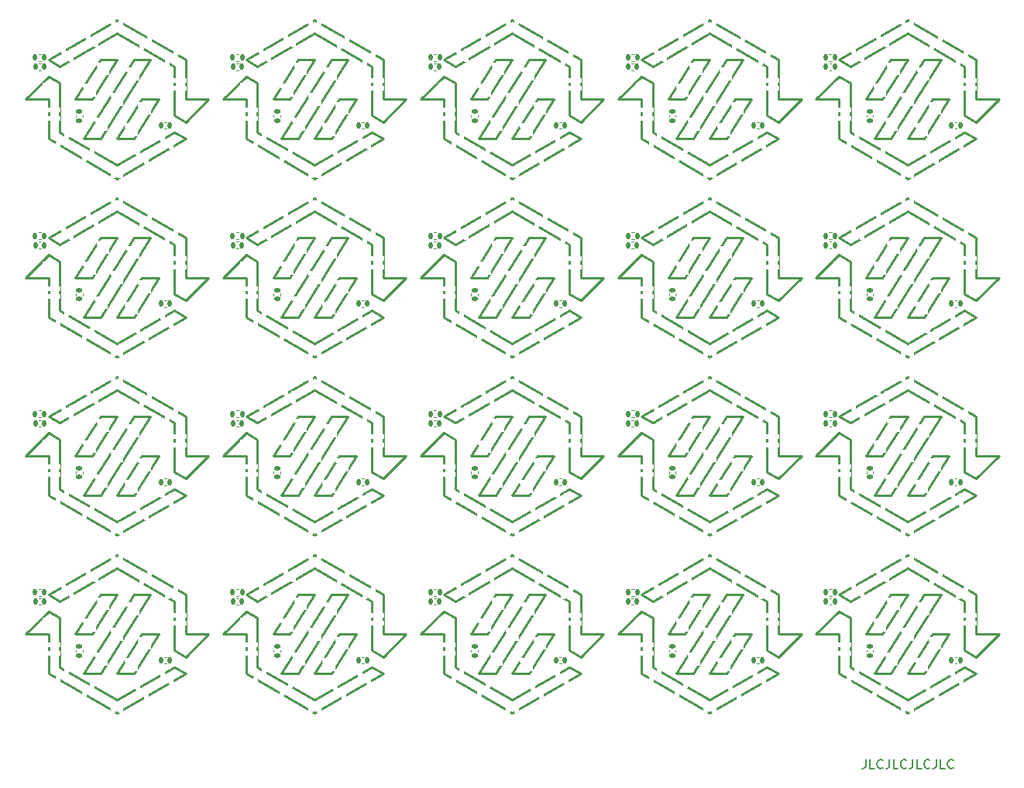
<source format=gbr>
%TF.GenerationSoftware,KiCad,Pcbnew,8.0.4*%
%TF.CreationDate,2024-10-17T13:25:31+11:00*%
%TF.ProjectId,panel,70616e65-6c2e-46b6-9963-61645f706362,rev?*%
%TF.SameCoordinates,Original*%
%TF.FileFunction,Legend,Top*%
%TF.FilePolarity,Positive*%
%FSLAX46Y46*%
G04 Gerber Fmt 4.6, Leading zero omitted, Abs format (unit mm)*
G04 Created by KiCad (PCBNEW 8.0.4) date 2024-10-17 13:25:31*
%MOMM*%
%LPD*%
G01*
G04 APERTURE LIST*
G04 Aperture macros list*
%AMRoundRect*
0 Rectangle with rounded corners*
0 $1 Rounding radius*
0 $2 $3 $4 $5 $6 $7 $8 $9 X,Y pos of 4 corners*
0 Add a 4 corners polygon primitive as box body*
4,1,4,$2,$3,$4,$5,$6,$7,$8,$9,$2,$3,0*
0 Add four circle primitives for the rounded corners*
1,1,$1+$1,$2,$3*
1,1,$1+$1,$4,$5*
1,1,$1+$1,$6,$7*
1,1,$1+$1,$8,$9*
0 Add four rect primitives between the rounded corners*
20,1,$1+$1,$2,$3,$4,$5,0*
20,1,$1+$1,$4,$5,$6,$7,0*
20,1,$1+$1,$6,$7,$8,$9,0*
20,1,$1+$1,$8,$9,$2,$3,0*%
G04 Aperture macros list end*
%ADD10C,0.250000*%
%ADD11C,0.150000*%
%ADD12C,0.120000*%
%ADD13RoundRect,0.140000X-0.140000X-0.170000X0.140000X-0.170000X0.140000X0.170000X-0.140000X0.170000X0*%
%ADD14R,0.500000X0.500000*%
%ADD15RoundRect,0.140000X0.170000X-0.140000X0.170000X0.140000X-0.170000X0.140000X-0.170000X-0.140000X0*%
%ADD16RoundRect,0.135000X0.135000X0.185000X-0.135000X0.185000X-0.135000X-0.185000X0.135000X-0.185000X0*%
%ADD17C,2.000000*%
%ADD18C,1.152000*%
G04 APERTURE END LIST*
D10*
X102381818Y-60080127D02*
X100563636Y-60080127D01*
X88850000Y-59358439D02*
X90100000Y-60080127D01*
X88850000Y-32641561D02*
X82600000Y-29033122D01*
X36672727Y-16750000D02*
X39400000Y-12419873D01*
X46900000Y-79580127D02*
X39400000Y-83910254D01*
X21436364Y-12419873D02*
X15981818Y-21080127D01*
X96700000Y-51419873D02*
X104200000Y-47089746D01*
X53500000Y-31919873D02*
X61000000Y-27589746D01*
X111700000Y-58250000D02*
X110450000Y-57528312D01*
X102381818Y-79580127D02*
X100563636Y-79580127D01*
X104200000Y-8089746D02*
X111700000Y-12419873D01*
X41218182Y-79580127D02*
X43945455Y-75250000D01*
X78963636Y-79580127D02*
X84418182Y-70919873D01*
X53500000Y-12419873D02*
X61000000Y-8089746D01*
X104200000Y-51419873D02*
X102381818Y-51419873D01*
X96700000Y-31919873D02*
X104200000Y-27589746D01*
X90100000Y-38750000D02*
X88850000Y-38028312D01*
X110450000Y-20358439D02*
X111700000Y-21080127D01*
X106927273Y-36250000D02*
X104200000Y-40580127D01*
X15981818Y-12419873D02*
X13254545Y-16750000D01*
X33150000Y-39858439D02*
X39400000Y-43466878D01*
X92600000Y-16750000D02*
X90100000Y-19250000D01*
X68500000Y-55750000D02*
X71000000Y-55750000D01*
X76350000Y-20358439D02*
X82600000Y-23966878D01*
X39400000Y-44910254D02*
X31900000Y-40580127D01*
X92600000Y-55750000D02*
X90100000Y-58250000D01*
X63727273Y-75250000D02*
X61000000Y-79580127D01*
X104200000Y-44910254D02*
X96700000Y-40580127D01*
X94200000Y-75250000D02*
X96700000Y-72750000D01*
X53500000Y-75250000D02*
X51000000Y-75250000D01*
X25300000Y-55750000D02*
X27800000Y-55750000D01*
X80781818Y-70919873D02*
X78054545Y-75250000D01*
X88850000Y-77028312D02*
X88850000Y-71641561D01*
X102381818Y-40580127D02*
X100563636Y-40580127D01*
X90100000Y-58250000D02*
X88850000Y-57528312D01*
X102381818Y-31919873D02*
X99654545Y-36250000D01*
X45650000Y-77028312D02*
X45650000Y-71641561D01*
X67250000Y-59358439D02*
X68500000Y-60080127D01*
X43036364Y-31919873D02*
X37581818Y-40580127D01*
X96700000Y-33750000D02*
X97950000Y-34471688D01*
X61000000Y-29033122D02*
X54750000Y-32641561D01*
X76350000Y-34471688D02*
X76350000Y-39858439D01*
X65545455Y-16750000D02*
X63727273Y-16750000D01*
X58272727Y-75250000D02*
X61000000Y-70919873D01*
X22345455Y-16750000D02*
X20527273Y-16750000D01*
X13254545Y-55750000D02*
X15072727Y-55750000D01*
X25300000Y-19250000D02*
X24050000Y-18528312D01*
X104200000Y-60080127D02*
X106018182Y-60080127D01*
X67250000Y-57528312D02*
X67250000Y-52141561D01*
X82600000Y-43466878D02*
X88850000Y-39858439D01*
X82600000Y-70919873D02*
X80781818Y-70919873D01*
X10300000Y-75250000D02*
X7800000Y-75250000D01*
X46900000Y-19250000D02*
X45650000Y-18528312D01*
X104200000Y-47089746D02*
X111700000Y-51419873D01*
X104200000Y-82466878D02*
X110450000Y-78858439D01*
X97950000Y-20358439D02*
X104200000Y-23966878D01*
X24050000Y-57528312D02*
X24050000Y-52141561D01*
X62818182Y-21080127D02*
X65545455Y-16750000D01*
X51000000Y-36250000D02*
X53500000Y-33750000D01*
X54750000Y-53971688D02*
X54750000Y-59358439D01*
X53500000Y-55750000D02*
X51000000Y-55750000D01*
X61000000Y-8089746D02*
X68500000Y-12419873D01*
X31900000Y-21080127D02*
X31900000Y-16750000D01*
X46900000Y-77750000D02*
X45650000Y-77028312D01*
X79872727Y-75250000D02*
X82600000Y-70919873D01*
X107836364Y-31919873D02*
X102381818Y-40580127D01*
X61000000Y-64410254D02*
X53500000Y-60080127D01*
X90100000Y-60080127D02*
X82600000Y-64410254D01*
X61000000Y-21080127D02*
X62818182Y-21080127D01*
X61000000Y-70919873D02*
X59181818Y-70919873D01*
X17800000Y-25410254D02*
X10300000Y-21080127D01*
X68500000Y-51419873D02*
X68500000Y-55750000D01*
X59181818Y-31919873D02*
X56454545Y-36250000D01*
X31900000Y-33750000D02*
X33150000Y-34471688D01*
X35763636Y-21080127D02*
X41218182Y-12419873D01*
X108745455Y-75250000D02*
X106927273Y-75250000D01*
X79872727Y-55750000D02*
X82600000Y-51419873D01*
X46900000Y-36250000D02*
X49400000Y-36250000D01*
X97950000Y-14971688D02*
X97950000Y-20358439D01*
X25300000Y-70919873D02*
X25300000Y-75250000D01*
X37581818Y-12419873D02*
X34854545Y-16750000D01*
X31900000Y-36250000D02*
X29400000Y-36250000D01*
X19618182Y-21080127D02*
X22345455Y-16750000D01*
X111700000Y-55750000D02*
X114200000Y-55750000D01*
X76350000Y-78858439D02*
X82600000Y-82466878D01*
X39400000Y-40580127D02*
X41218182Y-40580127D01*
X62818182Y-70919873D02*
X64636364Y-70919873D01*
X92600000Y-36250000D02*
X90100000Y-38750000D01*
X54750000Y-71641561D02*
X53500000Y-70919873D01*
X90100000Y-40580127D02*
X82600000Y-44910254D01*
X111700000Y-60080127D02*
X104200000Y-64410254D01*
X24050000Y-20358439D02*
X25300000Y-21080127D01*
X64636364Y-70919873D02*
X59181818Y-79580127D01*
X33150000Y-14971688D02*
X33150000Y-20358439D01*
X82600000Y-64410254D02*
X75100000Y-60080127D01*
X29400000Y-16750000D02*
X31900000Y-14250000D01*
X85327273Y-75250000D02*
X82600000Y-79580127D01*
X24050000Y-39858439D02*
X25300000Y-40580127D01*
X90100000Y-70919873D02*
X90100000Y-75250000D01*
X97950000Y-78858439D02*
X104200000Y-82466878D01*
X67250000Y-32641561D02*
X61000000Y-29033122D01*
X97950000Y-34471688D02*
X97950000Y-39858439D01*
X80781818Y-21080127D02*
X78963636Y-21080127D01*
X17800000Y-23966878D02*
X24050000Y-20358439D01*
X82600000Y-21080127D02*
X84418182Y-21080127D01*
X75100000Y-72750000D02*
X76350000Y-73471688D01*
X101472727Y-16750000D02*
X104200000Y-12419873D01*
X104200000Y-62966878D02*
X110450000Y-59358439D01*
X14163636Y-40580127D02*
X19618182Y-31919873D01*
X61000000Y-79580127D02*
X62818182Y-79580127D01*
X54750000Y-34471688D02*
X54750000Y-39858439D01*
X36672727Y-75250000D02*
X39400000Y-70919873D01*
X24050000Y-52141561D02*
X17800000Y-48533122D01*
X46900000Y-58250000D02*
X45650000Y-57528312D01*
X86236364Y-12419873D02*
X80781818Y-21080127D01*
X75100000Y-79580127D02*
X75100000Y-75250000D01*
X33150000Y-13141561D02*
X31900000Y-12419873D01*
X39400000Y-23966878D02*
X45650000Y-20358439D01*
X61000000Y-51419873D02*
X59181818Y-51419873D01*
X37581818Y-40580127D02*
X35763636Y-40580127D01*
X61000000Y-66589746D02*
X68500000Y-70919873D01*
X90100000Y-55750000D02*
X92600000Y-55750000D01*
X39400000Y-66589746D02*
X46900000Y-70919873D01*
X106927273Y-75250000D02*
X104200000Y-79580127D01*
X46900000Y-38750000D02*
X45650000Y-38028312D01*
X76350000Y-59358439D02*
X82600000Y-62966878D01*
X53500000Y-14250000D02*
X54750000Y-14971688D01*
X33150000Y-53971688D02*
X33150000Y-59358439D01*
X110450000Y-39858439D02*
X111700000Y-40580127D01*
X104200000Y-21080127D02*
X106018182Y-21080127D01*
X17800000Y-68033122D02*
X11550000Y-71641561D01*
X100563636Y-60080127D02*
X106018182Y-51419873D01*
X76350000Y-53971688D02*
X76350000Y-59358439D01*
X25300000Y-36250000D02*
X27800000Y-36250000D01*
X67250000Y-20358439D02*
X68500000Y-21080127D01*
X39400000Y-82466878D02*
X45650000Y-78858439D01*
X19618182Y-70919873D02*
X21436364Y-70919873D01*
X61000000Y-60080127D02*
X62818182Y-60080127D01*
X75100000Y-36250000D02*
X72600000Y-36250000D01*
X80781818Y-31919873D02*
X78054545Y-36250000D01*
X10300000Y-72750000D02*
X11550000Y-73471688D01*
X104200000Y-27589746D02*
X111700000Y-31919873D01*
X78054545Y-55750000D02*
X79872727Y-55750000D01*
X86236364Y-70919873D02*
X80781818Y-79580127D01*
X75100000Y-51419873D02*
X82600000Y-47089746D01*
X25300000Y-79580127D02*
X17800000Y-83910254D01*
X33150000Y-78858439D02*
X39400000Y-82466878D01*
X80781818Y-12419873D02*
X78054545Y-16750000D01*
X56454545Y-36250000D02*
X58272727Y-36250000D01*
X72600000Y-55750000D02*
X75100000Y-53250000D01*
X114200000Y-16750000D02*
X111700000Y-19250000D01*
X82600000Y-44910254D02*
X75100000Y-40580127D01*
X24050000Y-38028312D02*
X24050000Y-32641561D01*
X67250000Y-52141561D02*
X61000000Y-48533122D01*
X111700000Y-21080127D02*
X104200000Y-25410254D01*
X100563636Y-79580127D02*
X106018182Y-70919873D01*
X31900000Y-70919873D02*
X39400000Y-66589746D01*
X61000000Y-83910254D02*
X53500000Y-79580127D01*
X31900000Y-53250000D02*
X33150000Y-53971688D01*
X46900000Y-70919873D02*
X46900000Y-75250000D01*
X68500000Y-77750000D02*
X67250000Y-77028312D01*
X25300000Y-77750000D02*
X24050000Y-77028312D01*
X88850000Y-20358439D02*
X90100000Y-21080127D01*
X85327273Y-55750000D02*
X82600000Y-60080127D01*
X17800000Y-62966878D02*
X24050000Y-59358439D01*
X41218182Y-21080127D02*
X43945455Y-16750000D01*
X10300000Y-79580127D02*
X10300000Y-75250000D01*
X41218182Y-40580127D02*
X43945455Y-36250000D01*
X96700000Y-40580127D02*
X96700000Y-36250000D01*
X11550000Y-34471688D02*
X11550000Y-39858439D01*
X101472727Y-55750000D02*
X104200000Y-51419873D01*
X15072727Y-55750000D02*
X17800000Y-51419873D01*
X82600000Y-79580127D02*
X84418182Y-79580127D01*
X82600000Y-47089746D02*
X90100000Y-51419873D01*
X82600000Y-25410254D02*
X75100000Y-21080127D01*
X46900000Y-40580127D02*
X39400000Y-44910254D01*
X53500000Y-40580127D02*
X53500000Y-36250000D01*
X106018182Y-70919873D02*
X107836364Y-70919873D01*
X78963636Y-60080127D02*
X84418182Y-51419873D01*
X33150000Y-59358439D02*
X39400000Y-62966878D01*
X45650000Y-52141561D02*
X39400000Y-48533122D01*
X10300000Y-12419873D02*
X17800000Y-8089746D01*
X85327273Y-16750000D02*
X82600000Y-21080127D01*
X82600000Y-8089746D02*
X90100000Y-12419873D01*
X35763636Y-60080127D02*
X41218182Y-51419873D01*
X96700000Y-12419873D02*
X104200000Y-8089746D01*
X111700000Y-77750000D02*
X110450000Y-77028312D01*
X45650000Y-20358439D02*
X46900000Y-21080127D01*
X88850000Y-78858439D02*
X90100000Y-79580127D01*
X10300000Y-53250000D02*
X11550000Y-53971688D01*
X54750000Y-73471688D02*
X54750000Y-78858439D01*
X82600000Y-40580127D02*
X84418182Y-40580127D01*
X108745455Y-16750000D02*
X106927273Y-16750000D01*
X102381818Y-51419873D02*
X99654545Y-55750000D01*
X57363636Y-79580127D02*
X62818182Y-70919873D01*
X11550000Y-14971688D02*
X11550000Y-20358439D01*
X54750000Y-78858439D02*
X61000000Y-82466878D01*
X27800000Y-55750000D02*
X25300000Y-58250000D01*
X102381818Y-12419873D02*
X99654545Y-16750000D01*
X108745455Y-55750000D02*
X106927273Y-55750000D01*
X39400000Y-21080127D02*
X41218182Y-21080127D01*
X11550000Y-59358439D02*
X17800000Y-62966878D01*
X76350000Y-13141561D02*
X75100000Y-12419873D01*
X106018182Y-31919873D02*
X107836364Y-31919873D01*
X39400000Y-25410254D02*
X31900000Y-21080127D01*
X15981818Y-31919873D02*
X13254545Y-36250000D01*
X90100000Y-19250000D02*
X88850000Y-18528312D01*
X88850000Y-39858439D02*
X90100000Y-40580127D01*
X42127273Y-75250000D02*
X39400000Y-79580127D01*
X110450000Y-59358439D02*
X111700000Y-60080127D01*
X29400000Y-55750000D02*
X31900000Y-53250000D01*
X71000000Y-16750000D02*
X68500000Y-19250000D01*
X45650000Y-59358439D02*
X46900000Y-60080127D01*
X10300000Y-33750000D02*
X11550000Y-34471688D01*
X114200000Y-36250000D02*
X111700000Y-38750000D01*
X88850000Y-13141561D02*
X82600000Y-9533122D01*
X78963636Y-40580127D02*
X84418182Y-31919873D01*
X17800000Y-44910254D02*
X10300000Y-40580127D01*
X13254545Y-75250000D02*
X15072727Y-75250000D01*
X72600000Y-75250000D02*
X75100000Y-72750000D01*
X15981818Y-40580127D02*
X14163636Y-40580127D01*
X10300000Y-36250000D02*
X7800000Y-36250000D01*
X49400000Y-75250000D02*
X46900000Y-77750000D01*
X11550000Y-71641561D02*
X10300000Y-70919873D01*
X111700000Y-16750000D02*
X114200000Y-16750000D01*
X19618182Y-79580127D02*
X22345455Y-75250000D01*
X106018182Y-12419873D02*
X107836364Y-12419873D01*
X7800000Y-55750000D02*
X10300000Y-53250000D01*
X41218182Y-12419873D02*
X43036364Y-12419873D01*
X53500000Y-51419873D02*
X61000000Y-47089746D01*
X80781818Y-79580127D02*
X78963636Y-79580127D01*
X39400000Y-79580127D02*
X41218182Y-79580127D01*
X19618182Y-51419873D02*
X21436364Y-51419873D01*
X53500000Y-72750000D02*
X54750000Y-73471688D01*
X90100000Y-36250000D02*
X92600000Y-36250000D01*
X57363636Y-60080127D02*
X62818182Y-51419873D01*
X59181818Y-12419873D02*
X56454545Y-16750000D01*
X63727273Y-55750000D02*
X61000000Y-60080127D01*
X111700000Y-51419873D02*
X111700000Y-55750000D01*
X110450000Y-52141561D02*
X104200000Y-48533122D01*
X13254545Y-36250000D02*
X15072727Y-36250000D01*
X96700000Y-53250000D02*
X97950000Y-53971688D01*
X104200000Y-48533122D02*
X97950000Y-52141561D01*
X61000000Y-31919873D02*
X59181818Y-31919873D01*
X45650000Y-18528312D02*
X45650000Y-13141561D01*
X88850000Y-57528312D02*
X88850000Y-52141561D01*
X59181818Y-51419873D02*
X56454545Y-55750000D01*
X17800000Y-8089746D02*
X25300000Y-12419873D01*
X67250000Y-13141561D02*
X61000000Y-9533122D01*
X96700000Y-55750000D02*
X94200000Y-55750000D01*
X58272727Y-36250000D02*
X61000000Y-31919873D01*
X39400000Y-8089746D02*
X46900000Y-12419873D01*
X11550000Y-53971688D02*
X11550000Y-59358439D01*
X45650000Y-32641561D02*
X39400000Y-29033122D01*
X59181818Y-70919873D02*
X56454545Y-75250000D01*
X53500000Y-33750000D02*
X54750000Y-34471688D01*
X7800000Y-36250000D02*
X10300000Y-33750000D01*
X88850000Y-38028312D02*
X88850000Y-32641561D01*
X10300000Y-31919873D02*
X17800000Y-27589746D01*
X43036364Y-70919873D02*
X37581818Y-79580127D01*
X41218182Y-70919873D02*
X43036364Y-70919873D01*
X80781818Y-51419873D02*
X78054545Y-55750000D01*
X90100000Y-16750000D02*
X92600000Y-16750000D01*
X45650000Y-13141561D02*
X39400000Y-9533122D01*
X24050000Y-32641561D02*
X17800000Y-29033122D01*
X85327273Y-36250000D02*
X82600000Y-40580127D01*
X80781818Y-40580127D02*
X78963636Y-40580127D01*
X87145455Y-16750000D02*
X85327273Y-16750000D01*
X56454545Y-55750000D02*
X58272727Y-55750000D01*
X25300000Y-58250000D02*
X24050000Y-57528312D01*
X68500000Y-70919873D02*
X68500000Y-75250000D01*
X79872727Y-16750000D02*
X82600000Y-12419873D01*
X106018182Y-60080127D02*
X108745455Y-55750000D01*
X25300000Y-16750000D02*
X27800000Y-16750000D01*
X75100000Y-14250000D02*
X76350000Y-14971688D01*
X61000000Y-40580127D02*
X62818182Y-40580127D01*
X68500000Y-58250000D02*
X67250000Y-57528312D01*
X75100000Y-60080127D02*
X75100000Y-55750000D01*
X15981818Y-70919873D02*
X13254545Y-75250000D01*
X24050000Y-59358439D02*
X25300000Y-60080127D01*
X72600000Y-16750000D02*
X75100000Y-14250000D01*
X68500000Y-36250000D02*
X71000000Y-36250000D01*
X54750000Y-59358439D02*
X61000000Y-62966878D01*
X65545455Y-55750000D02*
X63727273Y-55750000D01*
X39400000Y-48533122D02*
X33150000Y-52141561D01*
X15981818Y-79580127D02*
X14163636Y-79580127D01*
X82600000Y-31919873D02*
X80781818Y-31919873D01*
X90100000Y-77750000D02*
X88850000Y-77028312D01*
X104200000Y-9533122D02*
X97950000Y-13141561D01*
X92600000Y-75250000D02*
X90100000Y-77750000D01*
X20527273Y-55750000D02*
X17800000Y-60080127D01*
X75100000Y-53250000D02*
X76350000Y-53971688D01*
X90100000Y-75250000D02*
X92600000Y-75250000D01*
X65545455Y-36250000D02*
X63727273Y-36250000D01*
X17800000Y-43466878D02*
X24050000Y-39858439D01*
X67250000Y-38028312D02*
X67250000Y-32641561D01*
X24050000Y-77028312D02*
X24050000Y-71641561D01*
X82600000Y-82466878D02*
X88850000Y-78858439D01*
X45650000Y-39858439D02*
X46900000Y-40580127D01*
X78054545Y-75250000D02*
X79872727Y-75250000D01*
X39400000Y-60080127D02*
X41218182Y-60080127D01*
X39400000Y-12419873D02*
X37581818Y-12419873D01*
X76350000Y-52141561D02*
X75100000Y-51419873D01*
X42127273Y-55750000D02*
X39400000Y-60080127D01*
X53500000Y-21080127D02*
X53500000Y-16750000D01*
X31900000Y-75250000D02*
X29400000Y-75250000D01*
X106018182Y-21080127D02*
X108745455Y-16750000D01*
X53500000Y-79580127D02*
X53500000Y-75250000D01*
X87145455Y-36250000D02*
X85327273Y-36250000D01*
X62818182Y-12419873D02*
X64636364Y-12419873D01*
X104200000Y-12419873D02*
X102381818Y-12419873D01*
X11550000Y-13141561D02*
X10300000Y-12419873D01*
X68500000Y-19250000D02*
X67250000Y-18528312D01*
X88850000Y-18528312D02*
X88850000Y-13141561D01*
X64636364Y-31919873D02*
X59181818Y-40580127D01*
X96700000Y-72750000D02*
X97950000Y-73471688D01*
X27800000Y-75250000D02*
X25300000Y-77750000D01*
X97950000Y-39858439D02*
X104200000Y-43466878D01*
X37581818Y-21080127D02*
X35763636Y-21080127D01*
X104200000Y-70919873D02*
X102381818Y-70919873D01*
X76350000Y-14971688D02*
X76350000Y-20358439D01*
X68500000Y-16750000D02*
X71000000Y-16750000D01*
X61000000Y-9533122D02*
X54750000Y-13141561D01*
X107836364Y-51419873D02*
X102381818Y-60080127D01*
X10300000Y-51419873D02*
X17800000Y-47089746D01*
X87145455Y-75250000D02*
X85327273Y-75250000D01*
X46900000Y-60080127D02*
X39400000Y-64410254D01*
X10300000Y-40580127D02*
X10300000Y-36250000D01*
X82600000Y-66589746D02*
X90100000Y-70919873D01*
X17800000Y-48533122D02*
X11550000Y-52141561D01*
X54750000Y-13141561D02*
X53500000Y-12419873D01*
X75100000Y-16750000D02*
X72600000Y-16750000D01*
X31900000Y-60080127D02*
X31900000Y-55750000D01*
X15981818Y-60080127D02*
X14163636Y-60080127D01*
X97950000Y-32641561D02*
X96700000Y-31919873D01*
X68500000Y-40580127D02*
X61000000Y-44910254D01*
X14163636Y-21080127D02*
X19618182Y-12419873D01*
X33150000Y-32641561D02*
X31900000Y-31919873D01*
X100563636Y-21080127D02*
X106018182Y-12419873D01*
X111700000Y-31919873D02*
X111700000Y-36250000D01*
X34854545Y-16750000D02*
X36672727Y-16750000D01*
X104200000Y-23966878D02*
X110450000Y-20358439D01*
X17800000Y-51419873D02*
X15981818Y-51419873D01*
X54750000Y-39858439D02*
X61000000Y-43466878D01*
X21436364Y-51419873D02*
X15981818Y-60080127D01*
X39400000Y-29033122D02*
X33150000Y-32641561D01*
X110450000Y-71641561D02*
X104200000Y-68033122D01*
X111700000Y-38750000D02*
X110450000Y-38028312D01*
X42127273Y-16750000D02*
X39400000Y-21080127D01*
X49400000Y-16750000D02*
X46900000Y-19250000D01*
X78054545Y-36250000D02*
X79872727Y-36250000D01*
X88850000Y-52141561D02*
X82600000Y-48533122D01*
X22345455Y-55750000D02*
X20527273Y-55750000D01*
X84418182Y-51419873D02*
X86236364Y-51419873D01*
X68500000Y-79580127D02*
X61000000Y-83910254D01*
X56454545Y-75250000D02*
X58272727Y-75250000D01*
X68500000Y-75250000D02*
X71000000Y-75250000D01*
X21436364Y-31919873D02*
X15981818Y-40580127D01*
X84418182Y-60080127D02*
X87145455Y-55750000D01*
X61000000Y-48533122D02*
X54750000Y-52141561D01*
X56454545Y-16750000D02*
X58272727Y-16750000D01*
X10300000Y-70919873D02*
X17800000Y-66589746D01*
X61000000Y-12419873D02*
X59181818Y-12419873D01*
X94200000Y-16750000D02*
X96700000Y-14250000D01*
X24050000Y-78858439D02*
X25300000Y-79580127D01*
X39400000Y-51419873D02*
X37581818Y-51419873D01*
X99654545Y-55750000D02*
X101472727Y-55750000D01*
X67250000Y-78858439D02*
X68500000Y-79580127D01*
X111700000Y-12419873D02*
X111700000Y-16750000D01*
X68500000Y-12419873D02*
X68500000Y-16750000D01*
X82600000Y-62966878D02*
X88850000Y-59358439D01*
X17800000Y-79580127D02*
X19618182Y-79580127D01*
X111700000Y-19250000D02*
X110450000Y-18528312D01*
X110450000Y-38028312D02*
X110450000Y-32641561D01*
X20527273Y-36250000D02*
X17800000Y-40580127D01*
X97950000Y-53971688D02*
X97950000Y-59358439D01*
X53500000Y-53250000D02*
X54750000Y-53971688D01*
X110450000Y-77028312D02*
X110450000Y-71641561D01*
X72600000Y-36250000D02*
X75100000Y-33750000D01*
X20527273Y-16750000D02*
X17800000Y-21080127D01*
X20527273Y-75250000D02*
X17800000Y-79580127D01*
X75100000Y-55750000D02*
X72600000Y-55750000D01*
X19618182Y-60080127D02*
X22345455Y-55750000D01*
X41218182Y-31919873D02*
X43036364Y-31919873D01*
X59181818Y-40580127D02*
X57363636Y-40580127D01*
X111700000Y-79580127D02*
X104200000Y-83910254D01*
X17800000Y-40580127D02*
X19618182Y-40580127D01*
X53500000Y-16750000D02*
X51000000Y-16750000D01*
X10300000Y-55750000D02*
X7800000Y-55750000D01*
X15981818Y-21080127D02*
X14163636Y-21080127D01*
X11550000Y-52141561D02*
X10300000Y-51419873D01*
X61000000Y-47089746D02*
X68500000Y-51419873D01*
X10300000Y-60080127D02*
X10300000Y-55750000D01*
X11550000Y-78858439D02*
X17800000Y-82466878D01*
X31900000Y-31919873D02*
X39400000Y-27589746D01*
X61000000Y-44910254D02*
X53500000Y-40580127D01*
X68500000Y-38750000D02*
X67250000Y-38028312D01*
X15981818Y-51419873D02*
X13254545Y-55750000D01*
X49400000Y-36250000D02*
X46900000Y-38750000D01*
X62818182Y-40580127D02*
X65545455Y-36250000D01*
X27800000Y-36250000D02*
X25300000Y-38750000D01*
X11550000Y-32641561D02*
X10300000Y-31919873D01*
X84418182Y-31919873D02*
X86236364Y-31919873D01*
X31900000Y-72750000D02*
X33150000Y-73471688D01*
X104200000Y-25410254D02*
X96700000Y-21080127D01*
X71000000Y-55750000D02*
X68500000Y-58250000D01*
X22345455Y-36250000D02*
X20527273Y-36250000D01*
X101472727Y-75250000D02*
X104200000Y-70919873D01*
X7800000Y-75250000D02*
X10300000Y-72750000D01*
X17800000Y-29033122D02*
X11550000Y-32641561D01*
X61000000Y-27589746D02*
X68500000Y-31919873D01*
X25300000Y-75250000D02*
X27800000Y-75250000D01*
X90100000Y-79580127D02*
X82600000Y-83910254D01*
X62818182Y-60080127D02*
X65545455Y-55750000D01*
X14163636Y-79580127D02*
X19618182Y-70919873D01*
X96700000Y-14250000D02*
X97950000Y-14971688D01*
X96700000Y-16750000D02*
X94200000Y-16750000D01*
X110450000Y-57528312D02*
X110450000Y-52141561D01*
X39400000Y-68033122D02*
X33150000Y-71641561D01*
X75100000Y-70919873D02*
X82600000Y-66589746D01*
X29400000Y-36250000D02*
X31900000Y-33750000D01*
X39400000Y-43466878D02*
X45650000Y-39858439D01*
X54750000Y-20358439D02*
X61000000Y-23966878D01*
X104200000Y-29033122D02*
X97950000Y-32641561D01*
X104200000Y-66589746D02*
X111700000Y-70919873D01*
X36672727Y-36250000D02*
X39400000Y-31919873D01*
X25300000Y-38750000D02*
X24050000Y-38028312D01*
X94200000Y-55750000D02*
X96700000Y-53250000D01*
X78054545Y-16750000D02*
X79872727Y-16750000D01*
X17800000Y-64410254D02*
X10300000Y-60080127D01*
X54750000Y-14971688D02*
X54750000Y-20358439D01*
X61000000Y-62966878D02*
X67250000Y-59358439D01*
X17800000Y-9533122D02*
X11550000Y-13141561D01*
X17800000Y-70919873D02*
X15981818Y-70919873D01*
X43036364Y-51419873D02*
X37581818Y-60080127D01*
X111700000Y-40580127D02*
X104200000Y-44910254D01*
X106018182Y-51419873D02*
X107836364Y-51419873D01*
X33150000Y-34471688D02*
X33150000Y-39858439D01*
X31900000Y-14250000D02*
X33150000Y-14971688D01*
X64636364Y-51419873D02*
X59181818Y-60080127D01*
X39400000Y-47089746D02*
X46900000Y-51419873D01*
X84418182Y-79580127D02*
X87145455Y-75250000D01*
X107836364Y-12419873D02*
X102381818Y-21080127D01*
X99654545Y-75250000D02*
X101472727Y-75250000D01*
X97950000Y-71641561D02*
X96700000Y-70919873D01*
X76350000Y-73471688D02*
X76350000Y-78858439D01*
X110450000Y-32641561D02*
X104200000Y-29033122D01*
X62818182Y-79580127D02*
X65545455Y-75250000D01*
X68500000Y-60080127D02*
X61000000Y-64410254D01*
X54750000Y-52141561D02*
X53500000Y-51419873D01*
X11550000Y-20358439D02*
X17800000Y-23966878D01*
X107836364Y-70919873D02*
X102381818Y-79580127D01*
X84418182Y-21080127D02*
X87145455Y-16750000D01*
X82600000Y-29033122D02*
X76350000Y-32641561D01*
X88850000Y-71641561D02*
X82600000Y-68033122D01*
X24050000Y-71641561D02*
X17800000Y-68033122D01*
X104200000Y-31919873D02*
X102381818Y-31919873D01*
X36672727Y-55750000D02*
X39400000Y-51419873D01*
X10300000Y-14250000D02*
X11550000Y-14971688D01*
X22345455Y-75250000D02*
X20527273Y-75250000D01*
X15072727Y-75250000D02*
X17800000Y-70919873D01*
X46900000Y-55750000D02*
X49400000Y-55750000D01*
X51000000Y-16750000D02*
X53500000Y-14250000D01*
X58272727Y-55750000D02*
X61000000Y-51419873D01*
X67250000Y-71641561D02*
X61000000Y-68033122D01*
X90100000Y-31919873D02*
X90100000Y-36250000D01*
X35763636Y-79580127D02*
X41218182Y-70919873D01*
X35763636Y-40580127D02*
X41218182Y-31919873D01*
X104200000Y-40580127D02*
X106018182Y-40580127D01*
X25300000Y-21080127D02*
X17800000Y-25410254D01*
X111700000Y-70919873D02*
X111700000Y-75250000D01*
X96700000Y-21080127D02*
X96700000Y-16750000D01*
X31900000Y-79580127D02*
X31900000Y-75250000D01*
X51000000Y-75250000D02*
X53500000Y-72750000D01*
X97950000Y-73471688D02*
X97950000Y-78858439D01*
X45650000Y-57528312D02*
X45650000Y-52141561D01*
X82600000Y-9533122D02*
X76350000Y-13141561D01*
X75100000Y-12419873D02*
X82600000Y-8089746D01*
X41218182Y-60080127D02*
X43945455Y-55750000D01*
X39400000Y-62966878D02*
X45650000Y-59358439D01*
X53500000Y-36250000D02*
X51000000Y-36250000D01*
X25300000Y-51419873D02*
X25300000Y-55750000D01*
X17800000Y-66589746D02*
X25300000Y-70919873D01*
X37581818Y-31919873D02*
X34854545Y-36250000D01*
X24050000Y-13141561D02*
X17800000Y-9533122D01*
X14163636Y-60080127D02*
X19618182Y-51419873D01*
X97950000Y-59358439D02*
X104200000Y-62966878D01*
X37581818Y-79580127D02*
X35763636Y-79580127D01*
X61000000Y-68033122D02*
X54750000Y-71641561D01*
X82600000Y-68033122D02*
X76350000Y-71641561D01*
X82600000Y-60080127D02*
X84418182Y-60080127D01*
X43945455Y-55750000D02*
X42127273Y-55750000D01*
X46900000Y-12419873D02*
X46900000Y-16750000D01*
X34854545Y-36250000D02*
X36672727Y-36250000D01*
X39400000Y-9533122D02*
X33150000Y-13141561D01*
X90100000Y-51419873D02*
X90100000Y-55750000D01*
X33150000Y-71641561D02*
X31900000Y-70919873D01*
X45650000Y-71641561D02*
X39400000Y-68033122D01*
X21436364Y-70919873D02*
X15981818Y-79580127D01*
X67250000Y-18528312D02*
X67250000Y-13141561D01*
X46900000Y-16750000D02*
X49400000Y-16750000D01*
X25300000Y-40580127D02*
X17800000Y-44910254D01*
X61000000Y-23966878D02*
X67250000Y-20358439D01*
X76350000Y-39858439D02*
X82600000Y-43466878D01*
X51000000Y-55750000D02*
X53500000Y-53250000D01*
X86236364Y-51419873D02*
X80781818Y-60080127D01*
X31900000Y-55750000D02*
X29400000Y-55750000D01*
X67250000Y-39858439D02*
X68500000Y-40580127D01*
X25300000Y-60080127D02*
X17800000Y-64410254D01*
X31900000Y-40580127D02*
X31900000Y-36250000D01*
X27800000Y-16750000D02*
X25300000Y-19250000D01*
X43036364Y-12419873D02*
X37581818Y-21080127D01*
X53500000Y-70919873D02*
X61000000Y-66589746D01*
X104200000Y-43466878D02*
X110450000Y-39858439D01*
X106018182Y-79580127D02*
X108745455Y-75250000D01*
X39400000Y-83910254D02*
X31900000Y-79580127D01*
X46900000Y-75250000D02*
X49400000Y-75250000D01*
X24050000Y-18528312D02*
X24050000Y-13141561D01*
X106927273Y-16750000D02*
X104200000Y-21080127D01*
X45650000Y-78858439D02*
X46900000Y-79580127D01*
X31900000Y-51419873D02*
X39400000Y-47089746D01*
X57363636Y-40580127D02*
X62818182Y-31919873D01*
X97950000Y-52141561D02*
X96700000Y-51419873D01*
X96700000Y-79580127D02*
X96700000Y-75250000D01*
X62818182Y-31919873D02*
X64636364Y-31919873D01*
X31900000Y-16750000D02*
X29400000Y-16750000D01*
X96700000Y-60080127D02*
X96700000Y-55750000D01*
X96700000Y-75250000D02*
X94200000Y-75250000D01*
X19618182Y-31919873D02*
X21436364Y-31919873D01*
X114200000Y-75250000D02*
X111700000Y-77750000D01*
X82600000Y-83910254D02*
X75100000Y-79580127D01*
X82600000Y-48533122D02*
X76350000Y-52141561D01*
X96700000Y-70919873D02*
X104200000Y-66589746D01*
X76350000Y-32641561D02*
X75100000Y-31919873D01*
X90100000Y-12419873D02*
X90100000Y-16750000D01*
X34854545Y-55750000D02*
X36672727Y-55750000D01*
X37581818Y-51419873D02*
X34854545Y-55750000D01*
X101472727Y-36250000D02*
X104200000Y-31919873D01*
X33150000Y-52141561D02*
X31900000Y-51419873D01*
X54750000Y-32641561D02*
X53500000Y-31919873D01*
X75100000Y-33750000D02*
X76350000Y-34471688D01*
X33150000Y-20358439D02*
X39400000Y-23966878D01*
X71000000Y-75250000D02*
X68500000Y-77750000D01*
X29400000Y-75250000D02*
X31900000Y-72750000D01*
X65545455Y-75250000D02*
X63727273Y-75250000D01*
X64636364Y-12419873D02*
X59181818Y-21080127D01*
X75100000Y-31919873D02*
X82600000Y-27589746D01*
X82600000Y-27589746D02*
X90100000Y-31919873D01*
X90100000Y-21080127D02*
X82600000Y-25410254D01*
X19618182Y-12419873D02*
X21436364Y-12419873D01*
X76350000Y-71641561D02*
X75100000Y-70919873D01*
X43945455Y-36250000D02*
X42127273Y-36250000D01*
X57363636Y-21080127D02*
X62818182Y-12419873D01*
X33150000Y-73471688D02*
X33150000Y-78858439D01*
X25300000Y-31919873D02*
X25300000Y-36250000D01*
X82600000Y-23966878D02*
X88850000Y-20358439D01*
X17800000Y-12419873D02*
X15981818Y-12419873D01*
X41218182Y-51419873D02*
X43036364Y-51419873D01*
X63727273Y-16750000D02*
X61000000Y-21080127D01*
X7800000Y-16750000D02*
X10300000Y-14250000D01*
X45650000Y-38028312D02*
X45650000Y-32641561D01*
X17800000Y-31919873D02*
X15981818Y-31919873D01*
X82600000Y-12419873D02*
X80781818Y-12419873D01*
X49400000Y-55750000D02*
X46900000Y-58250000D01*
X39400000Y-70919873D02*
X37581818Y-70919873D01*
X84418182Y-70919873D02*
X86236364Y-70919873D01*
X15072727Y-16750000D02*
X17800000Y-12419873D01*
X17800000Y-21080127D02*
X19618182Y-21080127D01*
X108745455Y-36250000D02*
X106927273Y-36250000D01*
X102381818Y-21080127D02*
X100563636Y-21080127D01*
X79872727Y-36250000D02*
X82600000Y-31919873D01*
X25300000Y-12419873D02*
X25300000Y-16750000D01*
X37581818Y-60080127D02*
X35763636Y-60080127D01*
X43945455Y-75250000D02*
X42127273Y-75250000D01*
X17800000Y-27589746D02*
X25300000Y-31919873D01*
X110450000Y-18528312D02*
X110450000Y-13141561D01*
X71000000Y-36250000D02*
X68500000Y-38750000D01*
X61000000Y-25410254D02*
X53500000Y-21080127D01*
X58272727Y-16750000D02*
X61000000Y-12419873D01*
X78963636Y-21080127D02*
X84418182Y-12419873D01*
X80781818Y-60080127D02*
X78963636Y-60080127D01*
X104200000Y-83910254D02*
X96700000Y-79580127D01*
X10300000Y-21080127D02*
X10300000Y-16750000D01*
X17800000Y-47089746D02*
X25300000Y-51419873D01*
X39400000Y-31919873D02*
X37581818Y-31919873D01*
X62818182Y-51419873D02*
X64636364Y-51419873D01*
X94200000Y-36250000D02*
X96700000Y-33750000D01*
X68500000Y-21080127D02*
X61000000Y-25410254D01*
X59181818Y-60080127D02*
X57363636Y-60080127D01*
X53500000Y-60080127D02*
X53500000Y-55750000D01*
X13254545Y-16750000D02*
X15072727Y-16750000D01*
X75100000Y-21080127D02*
X75100000Y-16750000D01*
X96700000Y-36250000D02*
X94200000Y-36250000D01*
X37581818Y-70919873D02*
X34854545Y-75250000D01*
X17800000Y-83910254D02*
X10300000Y-79580127D01*
X43945455Y-16750000D02*
X42127273Y-16750000D01*
X100563636Y-40580127D02*
X106018182Y-31919873D01*
X75100000Y-40580127D02*
X75100000Y-36250000D01*
X39400000Y-27589746D02*
X46900000Y-31919873D01*
X11550000Y-73471688D02*
X11550000Y-78858439D01*
X111700000Y-75250000D02*
X114200000Y-75250000D01*
X102381818Y-70919873D02*
X99654545Y-75250000D01*
X46900000Y-31919873D02*
X46900000Y-36250000D01*
X84418182Y-40580127D02*
X87145455Y-36250000D01*
X39400000Y-64410254D02*
X31900000Y-60080127D01*
X97950000Y-13141561D02*
X96700000Y-12419873D01*
X99654545Y-16750000D02*
X101472727Y-16750000D01*
X104200000Y-68033122D02*
X97950000Y-71641561D01*
X86236364Y-31919873D02*
X80781818Y-40580127D01*
X75100000Y-75250000D02*
X72600000Y-75250000D01*
X68500000Y-31919873D02*
X68500000Y-36250000D01*
X17800000Y-82466878D02*
X24050000Y-78858439D01*
X99654545Y-36250000D02*
X101472727Y-36250000D01*
X87145455Y-55750000D02*
X85327273Y-55750000D01*
X42127273Y-36250000D02*
X39400000Y-40580127D01*
X110450000Y-13141561D02*
X104200000Y-9533122D01*
X19618182Y-40580127D02*
X22345455Y-36250000D01*
X61000000Y-82466878D02*
X67250000Y-78858439D01*
X106018182Y-40580127D02*
X108745455Y-36250000D01*
X110450000Y-78858439D02*
X111700000Y-79580127D01*
X67250000Y-77028312D02*
X67250000Y-71641561D01*
X59181818Y-21080127D02*
X57363636Y-21080127D01*
X84418182Y-12419873D02*
X86236364Y-12419873D01*
X59181818Y-79580127D02*
X57363636Y-79580127D01*
X10300000Y-16750000D02*
X7800000Y-16750000D01*
X17800000Y-60080127D02*
X19618182Y-60080127D01*
X15072727Y-36250000D02*
X17800000Y-31919873D01*
X104200000Y-79580127D02*
X106018182Y-79580127D01*
X46900000Y-21080127D02*
X39400000Y-25410254D01*
X34854545Y-75250000D02*
X36672727Y-75250000D01*
X111700000Y-36250000D02*
X114200000Y-36250000D01*
X106927273Y-55750000D02*
X104200000Y-60080127D01*
X46900000Y-51419873D02*
X46900000Y-55750000D01*
X82600000Y-51419873D02*
X80781818Y-51419873D01*
X61000000Y-43466878D02*
X67250000Y-39858439D01*
X114200000Y-55750000D02*
X111700000Y-58250000D01*
X63727273Y-36250000D02*
X61000000Y-40580127D01*
X11550000Y-39858439D02*
X17800000Y-43466878D01*
X31900000Y-12419873D02*
X39400000Y-8089746D01*
X104200000Y-64410254D02*
X96700000Y-60080127D01*
D11*
X99639409Y-88954819D02*
X99639409Y-89669104D01*
X99639409Y-89669104D02*
X99591790Y-89811961D01*
X99591790Y-89811961D02*
X99496552Y-89907200D01*
X99496552Y-89907200D02*
X99353695Y-89954819D01*
X99353695Y-89954819D02*
X99258457Y-89954819D01*
X100591790Y-89954819D02*
X100115600Y-89954819D01*
X100115600Y-89954819D02*
X100115600Y-88954819D01*
X101496552Y-89859580D02*
X101448933Y-89907200D01*
X101448933Y-89907200D02*
X101306076Y-89954819D01*
X101306076Y-89954819D02*
X101210838Y-89954819D01*
X101210838Y-89954819D02*
X101067981Y-89907200D01*
X101067981Y-89907200D02*
X100972743Y-89811961D01*
X100972743Y-89811961D02*
X100925124Y-89716723D01*
X100925124Y-89716723D02*
X100877505Y-89526247D01*
X100877505Y-89526247D02*
X100877505Y-89383390D01*
X100877505Y-89383390D02*
X100925124Y-89192914D01*
X100925124Y-89192914D02*
X100972743Y-89097676D01*
X100972743Y-89097676D02*
X101067981Y-89002438D01*
X101067981Y-89002438D02*
X101210838Y-88954819D01*
X101210838Y-88954819D02*
X101306076Y-88954819D01*
X101306076Y-88954819D02*
X101448933Y-89002438D01*
X101448933Y-89002438D02*
X101496552Y-89050057D01*
X102210838Y-88954819D02*
X102210838Y-89669104D01*
X102210838Y-89669104D02*
X102163219Y-89811961D01*
X102163219Y-89811961D02*
X102067981Y-89907200D01*
X102067981Y-89907200D02*
X101925124Y-89954819D01*
X101925124Y-89954819D02*
X101829886Y-89954819D01*
X103163219Y-89954819D02*
X102687029Y-89954819D01*
X102687029Y-89954819D02*
X102687029Y-88954819D01*
X104067981Y-89859580D02*
X104020362Y-89907200D01*
X104020362Y-89907200D02*
X103877505Y-89954819D01*
X103877505Y-89954819D02*
X103782267Y-89954819D01*
X103782267Y-89954819D02*
X103639410Y-89907200D01*
X103639410Y-89907200D02*
X103544172Y-89811961D01*
X103544172Y-89811961D02*
X103496553Y-89716723D01*
X103496553Y-89716723D02*
X103448934Y-89526247D01*
X103448934Y-89526247D02*
X103448934Y-89383390D01*
X103448934Y-89383390D02*
X103496553Y-89192914D01*
X103496553Y-89192914D02*
X103544172Y-89097676D01*
X103544172Y-89097676D02*
X103639410Y-89002438D01*
X103639410Y-89002438D02*
X103782267Y-88954819D01*
X103782267Y-88954819D02*
X103877505Y-88954819D01*
X103877505Y-88954819D02*
X104020362Y-89002438D01*
X104020362Y-89002438D02*
X104067981Y-89050057D01*
X104782267Y-88954819D02*
X104782267Y-89669104D01*
X104782267Y-89669104D02*
X104734648Y-89811961D01*
X104734648Y-89811961D02*
X104639410Y-89907200D01*
X104639410Y-89907200D02*
X104496553Y-89954819D01*
X104496553Y-89954819D02*
X104401315Y-89954819D01*
X105734648Y-89954819D02*
X105258458Y-89954819D01*
X105258458Y-89954819D02*
X105258458Y-88954819D01*
X106639410Y-89859580D02*
X106591791Y-89907200D01*
X106591791Y-89907200D02*
X106448934Y-89954819D01*
X106448934Y-89954819D02*
X106353696Y-89954819D01*
X106353696Y-89954819D02*
X106210839Y-89907200D01*
X106210839Y-89907200D02*
X106115601Y-89811961D01*
X106115601Y-89811961D02*
X106067982Y-89716723D01*
X106067982Y-89716723D02*
X106020363Y-89526247D01*
X106020363Y-89526247D02*
X106020363Y-89383390D01*
X106020363Y-89383390D02*
X106067982Y-89192914D01*
X106067982Y-89192914D02*
X106115601Y-89097676D01*
X106115601Y-89097676D02*
X106210839Y-89002438D01*
X106210839Y-89002438D02*
X106353696Y-88954819D01*
X106353696Y-88954819D02*
X106448934Y-88954819D01*
X106448934Y-88954819D02*
X106591791Y-89002438D01*
X106591791Y-89002438D02*
X106639410Y-89050057D01*
X107353696Y-88954819D02*
X107353696Y-89669104D01*
X107353696Y-89669104D02*
X107306077Y-89811961D01*
X107306077Y-89811961D02*
X107210839Y-89907200D01*
X107210839Y-89907200D02*
X107067982Y-89954819D01*
X107067982Y-89954819D02*
X106972744Y-89954819D01*
X108306077Y-89954819D02*
X107829887Y-89954819D01*
X107829887Y-89954819D02*
X107829887Y-88954819D01*
X109210839Y-89859580D02*
X109163220Y-89907200D01*
X109163220Y-89907200D02*
X109020363Y-89954819D01*
X109020363Y-89954819D02*
X108925125Y-89954819D01*
X108925125Y-89954819D02*
X108782268Y-89907200D01*
X108782268Y-89907200D02*
X108687030Y-89811961D01*
X108687030Y-89811961D02*
X108639411Y-89716723D01*
X108639411Y-89716723D02*
X108591792Y-89526247D01*
X108591792Y-89526247D02*
X108591792Y-89383390D01*
X108591792Y-89383390D02*
X108639411Y-89192914D01*
X108639411Y-89192914D02*
X108687030Y-89097676D01*
X108687030Y-89097676D02*
X108782268Y-89002438D01*
X108782268Y-89002438D02*
X108925125Y-88954819D01*
X108925125Y-88954819D02*
X109020363Y-88954819D01*
X109020363Y-88954819D02*
X109163220Y-89002438D01*
X109163220Y-89002438D02*
X109210839Y-89050057D01*
D12*
%TO.C,C1*%
X95652164Y-51834000D02*
X95867836Y-51834000D01*
X95652164Y-52554000D02*
X95867836Y-52554000D01*
%TO.C,C2*%
X87768164Y-38742000D02*
X87983836Y-38742000D01*
X87768164Y-39462000D02*
X87983836Y-39462000D01*
X22968164Y-58242000D02*
X23183836Y-58242000D01*
X22968164Y-58962000D02*
X23183836Y-58962000D01*
X66168164Y-77742000D02*
X66383836Y-77742000D01*
X66168164Y-78462000D02*
X66383836Y-78462000D01*
%TO.C,C3*%
X13318000Y-77193836D02*
X13318000Y-76978164D01*
X14038000Y-77193836D02*
X14038000Y-76978164D01*
%TO.C,R1*%
X9513641Y-70298000D02*
X9206359Y-70298000D01*
X9513641Y-71058000D02*
X9206359Y-71058000D01*
X31113641Y-70298000D02*
X30806359Y-70298000D01*
X31113641Y-71058000D02*
X30806359Y-71058000D01*
%TO.C,C1*%
X30852164Y-32334000D02*
X31067836Y-32334000D01*
X30852164Y-33054000D02*
X31067836Y-33054000D01*
%TO.C,C2*%
X109368164Y-77742000D02*
X109583836Y-77742000D01*
X109368164Y-78462000D02*
X109583836Y-78462000D01*
X44568164Y-58242000D02*
X44783836Y-58242000D01*
X44568164Y-58962000D02*
X44783836Y-58962000D01*
%TO.C,R1*%
X31113641Y-31298000D02*
X30806359Y-31298000D01*
X31113641Y-32058000D02*
X30806359Y-32058000D01*
%TO.C,C3*%
X99718000Y-57693836D02*
X99718000Y-57478164D01*
X100438000Y-57693836D02*
X100438000Y-57478164D01*
%TO.C,C2*%
X109368164Y-19242000D02*
X109583836Y-19242000D01*
X109368164Y-19962000D02*
X109583836Y-19962000D01*
%TO.C,C1*%
X95652164Y-12834000D02*
X95867836Y-12834000D01*
X95652164Y-13554000D02*
X95867836Y-13554000D01*
%TO.C,C3*%
X78118000Y-38193836D02*
X78118000Y-37978164D01*
X78838000Y-38193836D02*
X78838000Y-37978164D01*
%TO.C,C2*%
X44568164Y-38742000D02*
X44783836Y-38742000D01*
X44568164Y-39462000D02*
X44783836Y-39462000D01*
X109368164Y-58242000D02*
X109583836Y-58242000D01*
X109368164Y-58962000D02*
X109583836Y-58962000D01*
%TO.C,R1*%
X95913641Y-50798000D02*
X95606359Y-50798000D01*
X95913641Y-51558000D02*
X95606359Y-51558000D01*
%TO.C,C3*%
X99718000Y-38193836D02*
X99718000Y-37978164D01*
X100438000Y-38193836D02*
X100438000Y-37978164D01*
%TO.C,C1*%
X52452164Y-71334000D02*
X52667836Y-71334000D01*
X52452164Y-72054000D02*
X52667836Y-72054000D01*
%TO.C,C3*%
X34918000Y-18693836D02*
X34918000Y-18478164D01*
X35638000Y-18693836D02*
X35638000Y-18478164D01*
%TO.C,C2*%
X87768164Y-58242000D02*
X87983836Y-58242000D01*
X87768164Y-58962000D02*
X87983836Y-58962000D01*
%TO.C,R1*%
X52713641Y-31298000D02*
X52406359Y-31298000D01*
X52713641Y-32058000D02*
X52406359Y-32058000D01*
%TO.C,C1*%
X9252164Y-32334000D02*
X9467836Y-32334000D01*
X9252164Y-33054000D02*
X9467836Y-33054000D01*
X74052164Y-51834000D02*
X74267836Y-51834000D01*
X74052164Y-52554000D02*
X74267836Y-52554000D01*
%TO.C,R1*%
X95913641Y-31298000D02*
X95606359Y-31298000D01*
X95913641Y-32058000D02*
X95606359Y-32058000D01*
%TO.C,C1*%
X52452164Y-12834000D02*
X52667836Y-12834000D01*
X52452164Y-13554000D02*
X52667836Y-13554000D01*
X9252164Y-51834000D02*
X9467836Y-51834000D01*
X9252164Y-52554000D02*
X9467836Y-52554000D01*
%TO.C,C3*%
X56518000Y-18693836D02*
X56518000Y-18478164D01*
X57238000Y-18693836D02*
X57238000Y-18478164D01*
%TO.C,C2*%
X109368164Y-38742000D02*
X109583836Y-38742000D01*
X109368164Y-39462000D02*
X109583836Y-39462000D01*
%TO.C,C3*%
X13318000Y-38193836D02*
X13318000Y-37978164D01*
X14038000Y-38193836D02*
X14038000Y-37978164D01*
%TO.C,R1*%
X9513641Y-11798000D02*
X9206359Y-11798000D01*
X9513641Y-12558000D02*
X9206359Y-12558000D01*
%TO.C,C1*%
X9252164Y-71334000D02*
X9467836Y-71334000D01*
X9252164Y-72054000D02*
X9467836Y-72054000D01*
%TO.C,C3*%
X78118000Y-18693836D02*
X78118000Y-18478164D01*
X78838000Y-18693836D02*
X78838000Y-18478164D01*
%TO.C,C1*%
X74052164Y-71334000D02*
X74267836Y-71334000D01*
X74052164Y-72054000D02*
X74267836Y-72054000D01*
%TO.C,R1*%
X74313641Y-31298000D02*
X74006359Y-31298000D01*
X74313641Y-32058000D02*
X74006359Y-32058000D01*
%TO.C,C3*%
X13318000Y-18693836D02*
X13318000Y-18478164D01*
X14038000Y-18693836D02*
X14038000Y-18478164D01*
%TO.C,C1*%
X95652164Y-32334000D02*
X95867836Y-32334000D01*
X95652164Y-33054000D02*
X95867836Y-33054000D01*
%TO.C,C2*%
X87768164Y-77742000D02*
X87983836Y-77742000D01*
X87768164Y-78462000D02*
X87983836Y-78462000D01*
%TO.C,R1*%
X52713641Y-11798000D02*
X52406359Y-11798000D01*
X52713641Y-12558000D02*
X52406359Y-12558000D01*
%TO.C,C3*%
X13318000Y-57693836D02*
X13318000Y-57478164D01*
X14038000Y-57693836D02*
X14038000Y-57478164D01*
%TO.C,C2*%
X87768164Y-19242000D02*
X87983836Y-19242000D01*
X87768164Y-19962000D02*
X87983836Y-19962000D01*
%TO.C,C3*%
X34918000Y-57693836D02*
X34918000Y-57478164D01*
X35638000Y-57693836D02*
X35638000Y-57478164D01*
%TO.C,C1*%
X52452164Y-32334000D02*
X52667836Y-32334000D01*
X52452164Y-33054000D02*
X52667836Y-33054000D01*
%TO.C,C3*%
X56518000Y-57693836D02*
X56518000Y-57478164D01*
X57238000Y-57693836D02*
X57238000Y-57478164D01*
%TO.C,R1*%
X52713641Y-50798000D02*
X52406359Y-50798000D01*
X52713641Y-51558000D02*
X52406359Y-51558000D01*
X31113641Y-50798000D02*
X30806359Y-50798000D01*
X31113641Y-51558000D02*
X30806359Y-51558000D01*
%TO.C,C3*%
X99718000Y-18693836D02*
X99718000Y-18478164D01*
X100438000Y-18693836D02*
X100438000Y-18478164D01*
%TO.C,R1*%
X95913641Y-70298000D02*
X95606359Y-70298000D01*
X95913641Y-71058000D02*
X95606359Y-71058000D01*
%TO.C,C1*%
X30852164Y-12834000D02*
X31067836Y-12834000D01*
X30852164Y-13554000D02*
X31067836Y-13554000D01*
%TO.C,R1*%
X31113641Y-11798000D02*
X30806359Y-11798000D01*
X31113641Y-12558000D02*
X30806359Y-12558000D01*
X74313641Y-11798000D02*
X74006359Y-11798000D01*
X74313641Y-12558000D02*
X74006359Y-12558000D01*
%TO.C,C2*%
X66168164Y-38742000D02*
X66383836Y-38742000D01*
X66168164Y-39462000D02*
X66383836Y-39462000D01*
%TO.C,C3*%
X56518000Y-77193836D02*
X56518000Y-76978164D01*
X57238000Y-77193836D02*
X57238000Y-76978164D01*
%TO.C,R1*%
X95913641Y-11798000D02*
X95606359Y-11798000D01*
X95913641Y-12558000D02*
X95606359Y-12558000D01*
%TO.C,C2*%
X22968164Y-38742000D02*
X23183836Y-38742000D01*
X22968164Y-39462000D02*
X23183836Y-39462000D01*
%TO.C,C3*%
X78118000Y-57693836D02*
X78118000Y-57478164D01*
X78838000Y-57693836D02*
X78838000Y-57478164D01*
X56518000Y-38193836D02*
X56518000Y-37978164D01*
X57238000Y-38193836D02*
X57238000Y-37978164D01*
%TO.C,R1*%
X9513641Y-31298000D02*
X9206359Y-31298000D01*
X9513641Y-32058000D02*
X9206359Y-32058000D01*
%TO.C,C1*%
X52452164Y-51834000D02*
X52667836Y-51834000D01*
X52452164Y-52554000D02*
X52667836Y-52554000D01*
X74052164Y-32334000D02*
X74267836Y-32334000D01*
X74052164Y-33054000D02*
X74267836Y-33054000D01*
%TO.C,R1*%
X52713641Y-70298000D02*
X52406359Y-70298000D01*
X52713641Y-71058000D02*
X52406359Y-71058000D01*
%TO.C,C1*%
X30852164Y-71334000D02*
X31067836Y-71334000D01*
X30852164Y-72054000D02*
X31067836Y-72054000D01*
%TO.C,R1*%
X74313641Y-70298000D02*
X74006359Y-70298000D01*
X74313641Y-71058000D02*
X74006359Y-71058000D01*
%TO.C,C2*%
X22968164Y-19242000D02*
X23183836Y-19242000D01*
X22968164Y-19962000D02*
X23183836Y-19962000D01*
%TO.C,R1*%
X9513641Y-50798000D02*
X9206359Y-50798000D01*
X9513641Y-51558000D02*
X9206359Y-51558000D01*
%TO.C,C1*%
X9252164Y-12834000D02*
X9467836Y-12834000D01*
X9252164Y-13554000D02*
X9467836Y-13554000D01*
%TO.C,C2*%
X22968164Y-77742000D02*
X23183836Y-77742000D01*
X22968164Y-78462000D02*
X23183836Y-78462000D01*
%TO.C,C3*%
X78118000Y-77193836D02*
X78118000Y-76978164D01*
X78838000Y-77193836D02*
X78838000Y-76978164D01*
X99718000Y-77193836D02*
X99718000Y-76978164D01*
X100438000Y-77193836D02*
X100438000Y-76978164D01*
%TO.C,C2*%
X66168164Y-58242000D02*
X66383836Y-58242000D01*
X66168164Y-58962000D02*
X66383836Y-58962000D01*
%TO.C,R1*%
X74313641Y-50798000D02*
X74006359Y-50798000D01*
X74313641Y-51558000D02*
X74006359Y-51558000D01*
%TO.C,C2*%
X66168164Y-19242000D02*
X66383836Y-19242000D01*
X66168164Y-19962000D02*
X66383836Y-19962000D01*
%TO.C,C3*%
X34918000Y-77193836D02*
X34918000Y-76978164D01*
X35638000Y-77193836D02*
X35638000Y-76978164D01*
X34918000Y-38193836D02*
X34918000Y-37978164D01*
X35638000Y-38193836D02*
X35638000Y-37978164D01*
%TO.C,C2*%
X44568164Y-19242000D02*
X44783836Y-19242000D01*
X44568164Y-19962000D02*
X44783836Y-19962000D01*
%TO.C,C1*%
X30852164Y-51834000D02*
X31067836Y-51834000D01*
X30852164Y-52554000D02*
X31067836Y-52554000D01*
X95652164Y-71334000D02*
X95867836Y-71334000D01*
X95652164Y-72054000D02*
X95867836Y-72054000D01*
X74052164Y-12834000D02*
X74267836Y-12834000D01*
X74052164Y-13554000D02*
X74267836Y-13554000D01*
%TO.C,C2*%
X44568164Y-77742000D02*
X44783836Y-77742000D01*
X44568164Y-78462000D02*
X44783836Y-78462000D01*
%TD*%
%LPC*%
D13*
%TO.C,C1*%
X95280000Y-52194000D03*
X96240000Y-52194000D03*
%TD*%
%TO.C,C2*%
X87396000Y-39102000D03*
X88356000Y-39102000D03*
%TD*%
D14*
%TO.C,D20*%
X18888928Y-40030127D03*
X19788928Y-40030127D03*
X19788928Y-39130127D03*
X18888928Y-39130127D03*
%TD*%
%TO.C,D4*%
X106875000Y-29665653D03*
X106875000Y-30565653D03*
X107775000Y-30565653D03*
X107775000Y-29665653D03*
%TD*%
%TO.C,D4*%
X85275000Y-68665653D03*
X85275000Y-69565653D03*
X86175000Y-69565653D03*
X86175000Y-68665653D03*
%TD*%
%TO.C,D21*%
X20356527Y-57200000D03*
X21256527Y-57200000D03*
X21256527Y-56300000D03*
X20356527Y-56300000D03*
%TD*%
%TO.C,D16*%
X102211072Y-33369873D03*
X103111072Y-33369873D03*
X103111072Y-32469873D03*
X102211072Y-32469873D03*
%TD*%
%TO.C,D16*%
X59011072Y-72369873D03*
X59911072Y-72369873D03*
X59911072Y-71469873D03*
X59011072Y-71469873D03*
%TD*%
%TO.C,D18*%
X103750000Y-55300000D03*
X103750000Y-56200000D03*
X104650000Y-56200000D03*
X104650000Y-55300000D03*
%TD*%
%TO.C,D5*%
X44918750Y-70307493D03*
X44918750Y-71207493D03*
X45818750Y-71207493D03*
X45818750Y-70307493D03*
%TD*%
%TO.C,D12*%
X77081250Y-41192507D03*
X77081250Y-40292507D03*
X76181250Y-40292507D03*
X76181250Y-41192507D03*
%TD*%
%TO.C,D17*%
X83880536Y-13552405D03*
X83880536Y-14452405D03*
X84780536Y-14452405D03*
X84780536Y-13552405D03*
%TD*%
%TO.C,D2*%
X101031250Y-29431105D03*
X101031250Y-30331105D03*
X101931250Y-30331105D03*
X101931250Y-29431105D03*
%TD*%
%TO.C,D19*%
X102019464Y-58047595D03*
X102019464Y-58947595D03*
X102919464Y-58947595D03*
X102919464Y-58047595D03*
%TD*%
%TO.C,D8*%
X45287500Y-21999224D03*
X45287500Y-21099224D03*
X44387500Y-21099224D03*
X44387500Y-21999224D03*
%TD*%
%TO.C,D6*%
X24225000Y-53669726D03*
X24225000Y-54569726D03*
X25125000Y-54569726D03*
X25125000Y-53669726D03*
%TD*%
D13*
%TO.C,C2*%
X22596000Y-58602000D03*
X23556000Y-58602000D03*
%TD*%
%TO.C,C2*%
X65796000Y-78102000D03*
X66756000Y-78102000D03*
%TD*%
D14*
%TO.C,D10*%
X18250000Y-83638566D03*
X18250000Y-82738566D03*
X17350000Y-82738566D03*
X17350000Y-83638566D03*
%TD*%
%TO.C,D8*%
X110087500Y-60999224D03*
X110087500Y-60099224D03*
X109187500Y-60099224D03*
X109187500Y-60999224D03*
%TD*%
D15*
%TO.C,C3*%
X13678000Y-77566000D03*
X13678000Y-76606000D03*
%TD*%
D14*
%TO.C,D6*%
X67425000Y-73169726D03*
X67425000Y-74069726D03*
X68325000Y-74069726D03*
X68325000Y-73169726D03*
%TD*%
%TO.C,D3*%
X82150000Y-66861434D03*
X82150000Y-67761434D03*
X83050000Y-67761434D03*
X83050000Y-66861434D03*
%TD*%
%TO.C,D3*%
X103750000Y-8361434D03*
X103750000Y-9261434D03*
X104650000Y-9261434D03*
X104650000Y-8361434D03*
%TD*%
%TO.C,D17*%
X19080536Y-52552405D03*
X19080536Y-53452405D03*
X19980536Y-53452405D03*
X19980536Y-52552405D03*
%TD*%
%TO.C,D5*%
X88118750Y-31307493D03*
X88118750Y-32207493D03*
X89018750Y-32207493D03*
X89018750Y-31307493D03*
%TD*%
%TO.C,D3*%
X17350000Y-8361434D03*
X17350000Y-9261434D03*
X18250000Y-9261434D03*
X18250000Y-8361434D03*
%TD*%
%TO.C,D7*%
X24756250Y-75869578D03*
X24756250Y-76769578D03*
X25656250Y-76769578D03*
X25656250Y-75869578D03*
%TD*%
%TO.C,D19*%
X80419464Y-38547595D03*
X80419464Y-39447595D03*
X81319464Y-39447595D03*
X81319464Y-38547595D03*
%TD*%
%TO.C,D18*%
X82150000Y-35800000D03*
X82150000Y-36700000D03*
X83050000Y-36700000D03*
X83050000Y-35800000D03*
%TD*%
%TO.C,D7*%
X24756250Y-56369578D03*
X24756250Y-57269578D03*
X25656250Y-57269578D03*
X25656250Y-56369578D03*
%TD*%
%TO.C,D19*%
X37219464Y-38547595D03*
X37219464Y-39447595D03*
X38119464Y-39447595D03*
X38119464Y-38547595D03*
%TD*%
%TO.C,D8*%
X66887500Y-80499224D03*
X66887500Y-79599224D03*
X65987500Y-79599224D03*
X65987500Y-80499224D03*
%TD*%
D16*
%TO.C,R1*%
X9870000Y-70678000D03*
X8850000Y-70678000D03*
%TD*%
D14*
%TO.C,D10*%
X83050000Y-25138566D03*
X83050000Y-24238566D03*
X82150000Y-24238566D03*
X82150000Y-25138566D03*
%TD*%
%TO.C,D17*%
X19080536Y-13552405D03*
X19080536Y-14452405D03*
X19980536Y-14452405D03*
X19980536Y-13552405D03*
%TD*%
%TO.C,D9*%
X107368750Y-82068895D03*
X107368750Y-81168895D03*
X106468750Y-81168895D03*
X106468750Y-82068895D03*
%TD*%
%TO.C,D17*%
X105480536Y-13552405D03*
X105480536Y-14452405D03*
X106380536Y-14452405D03*
X106380536Y-13552405D03*
%TD*%
%TO.C,D10*%
X83050000Y-64138566D03*
X83050000Y-63238566D03*
X82150000Y-63238566D03*
X82150000Y-64138566D03*
%TD*%
%TO.C,D21*%
X106756527Y-57200000D03*
X107656527Y-57200000D03*
X107656527Y-56300000D03*
X106756527Y-56300000D03*
%TD*%
D16*
%TO.C,R1*%
X31470000Y-70678000D03*
X30450000Y-70678000D03*
%TD*%
D14*
%TO.C,D14*%
X10843750Y-55130422D03*
X10843750Y-54230422D03*
X9943750Y-54230422D03*
X9943750Y-55130422D03*
%TD*%
D13*
%TO.C,C1*%
X30480000Y-32694000D03*
X31440000Y-32694000D03*
%TD*%
D14*
%TO.C,D5*%
X88118750Y-50807493D03*
X88118750Y-51707493D03*
X89018750Y-51707493D03*
X89018750Y-50807493D03*
%TD*%
%TO.C,D4*%
X63675000Y-29665653D03*
X63675000Y-30565653D03*
X64575000Y-30565653D03*
X64575000Y-29665653D03*
%TD*%
%TO.C,D1*%
X33512500Y-31000776D03*
X33512500Y-31900776D03*
X34412500Y-31900776D03*
X34412500Y-31000776D03*
%TD*%
%TO.C,D12*%
X33881250Y-41192507D03*
X33881250Y-40292507D03*
X32981250Y-40292507D03*
X32981250Y-41192507D03*
%TD*%
%TO.C,D8*%
X66887500Y-21999224D03*
X66887500Y-21099224D03*
X65987500Y-21099224D03*
X65987500Y-21999224D03*
%TD*%
%TO.C,D16*%
X15811072Y-33369873D03*
X16711072Y-33369873D03*
X16711072Y-32469873D03*
X15811072Y-32469873D03*
%TD*%
D13*
%TO.C,C2*%
X108996000Y-78102000D03*
X109956000Y-78102000D03*
%TD*%
D14*
%TO.C,D11*%
X79925000Y-81834347D03*
X79925000Y-80934347D03*
X79025000Y-80934347D03*
X79025000Y-81834347D03*
%TD*%
%TO.C,D11*%
X101525000Y-81834347D03*
X101525000Y-80934347D03*
X100625000Y-80934347D03*
X100625000Y-81834347D03*
%TD*%
D13*
%TO.C,C2*%
X44196000Y-58602000D03*
X45156000Y-58602000D03*
%TD*%
D14*
%TO.C,D20*%
X105288928Y-40030127D03*
X106188928Y-40030127D03*
X106188928Y-39130127D03*
X105288928Y-39130127D03*
%TD*%
%TO.C,D5*%
X109718750Y-70307493D03*
X109718750Y-71207493D03*
X110618750Y-71207493D03*
X110618750Y-70307493D03*
%TD*%
D16*
%TO.C,R1*%
X31470000Y-31678000D03*
X30450000Y-31678000D03*
%TD*%
D14*
%TO.C,D9*%
X20968750Y-43068895D03*
X20968750Y-42168895D03*
X20068750Y-42168895D03*
X20068750Y-43068895D03*
%TD*%
%TO.C,D14*%
X32443750Y-16130422D03*
X32443750Y-15230422D03*
X31543750Y-15230422D03*
X31543750Y-16130422D03*
%TD*%
%TO.C,D15*%
X14343473Y-35700000D03*
X15243473Y-35700000D03*
X15243473Y-34800000D03*
X14343473Y-34800000D03*
%TD*%
%TO.C,D20*%
X62088928Y-20530127D03*
X62988928Y-20530127D03*
X62988928Y-19630127D03*
X62088928Y-19630127D03*
%TD*%
%TO.C,D2*%
X14631250Y-9931105D03*
X14631250Y-10831105D03*
X15531250Y-10831105D03*
X15531250Y-9931105D03*
%TD*%
%TO.C,D13*%
X11375000Y-77330274D03*
X11375000Y-76430274D03*
X10475000Y-76430274D03*
X10475000Y-77330274D03*
%TD*%
%TO.C,D2*%
X79431250Y-29431105D03*
X79431250Y-30331105D03*
X80331250Y-30331105D03*
X80331250Y-29431105D03*
%TD*%
%TO.C,D3*%
X82150000Y-47361434D03*
X82150000Y-48261434D03*
X83050000Y-48261434D03*
X83050000Y-47361434D03*
%TD*%
%TO.C,D12*%
X98681250Y-21692507D03*
X98681250Y-20792507D03*
X97781250Y-20792507D03*
X97781250Y-21692507D03*
%TD*%
%TO.C,D6*%
X24225000Y-34169726D03*
X24225000Y-35069726D03*
X25125000Y-35069726D03*
X25125000Y-34169726D03*
%TD*%
%TO.C,D16*%
X102211072Y-13869873D03*
X103111072Y-13869873D03*
X103111072Y-12969873D03*
X102211072Y-12969873D03*
%TD*%
%TO.C,D15*%
X35943473Y-16200000D03*
X36843473Y-16200000D03*
X36843473Y-15300000D03*
X35943473Y-15300000D03*
%TD*%
%TO.C,D5*%
X23318750Y-31307493D03*
X23318750Y-32207493D03*
X24218750Y-32207493D03*
X24218750Y-31307493D03*
%TD*%
%TO.C,D7*%
X111156250Y-56369578D03*
X111156250Y-57269578D03*
X112056250Y-57269578D03*
X112056250Y-56369578D03*
%TD*%
%TO.C,D13*%
X11375000Y-57830274D03*
X11375000Y-56930274D03*
X10475000Y-56930274D03*
X10475000Y-57830274D03*
%TD*%
%TO.C,D11*%
X101525000Y-62334347D03*
X101525000Y-61434347D03*
X100625000Y-61434347D03*
X100625000Y-62334347D03*
%TD*%
%TO.C,D13*%
X11375000Y-38330274D03*
X11375000Y-37430274D03*
X10475000Y-37430274D03*
X10475000Y-38330274D03*
%TD*%
%TO.C,D7*%
X46356250Y-56369578D03*
X46356250Y-57269578D03*
X47256250Y-57269578D03*
X47256250Y-56369578D03*
%TD*%
%TO.C,D4*%
X106875000Y-68665653D03*
X106875000Y-69565653D03*
X107775000Y-69565653D03*
X107775000Y-68665653D03*
%TD*%
%TO.C,D8*%
X88487500Y-41499224D03*
X88487500Y-40599224D03*
X87587500Y-40599224D03*
X87587500Y-41499224D03*
%TD*%
%TO.C,D21*%
X106756527Y-18200000D03*
X107656527Y-18200000D03*
X107656527Y-17300000D03*
X106756527Y-17300000D03*
%TD*%
%TO.C,D18*%
X103750000Y-35800000D03*
X103750000Y-36700000D03*
X104650000Y-36700000D03*
X104650000Y-35800000D03*
%TD*%
%TO.C,D15*%
X57543473Y-74700000D03*
X58443473Y-74700000D03*
X58443473Y-73800000D03*
X57543473Y-73800000D03*
%TD*%
%TO.C,D9*%
X20968750Y-62568895D03*
X20968750Y-61668895D03*
X20068750Y-61668895D03*
X20068750Y-62568895D03*
%TD*%
%TO.C,D7*%
X67956250Y-17369578D03*
X67956250Y-18269578D03*
X68856250Y-18269578D03*
X68856250Y-17369578D03*
%TD*%
D17*
%TO.C,KiKit_FID_T_1*%
X9500000Y-2500000D03*
%TD*%
D14*
%TO.C,D21*%
X63556527Y-57200000D03*
X64456527Y-57200000D03*
X64456527Y-56300000D03*
X63556527Y-56300000D03*
%TD*%
%TO.C,D18*%
X38950000Y-16300000D03*
X38950000Y-17200000D03*
X39850000Y-17200000D03*
X39850000Y-16300000D03*
%TD*%
%TO.C,D21*%
X20356527Y-18200000D03*
X21256527Y-18200000D03*
X21256527Y-17300000D03*
X20356527Y-17300000D03*
%TD*%
%TO.C,D6*%
X67425000Y-34169726D03*
X67425000Y-35069726D03*
X68325000Y-35069726D03*
X68325000Y-34169726D03*
%TD*%
%TO.C,D19*%
X58819464Y-19047595D03*
X58819464Y-19947595D03*
X59719464Y-19947595D03*
X59719464Y-19047595D03*
%TD*%
%TO.C,D3*%
X60550000Y-27861434D03*
X60550000Y-28761434D03*
X61450000Y-28761434D03*
X61450000Y-27861434D03*
%TD*%
%TO.C,D14*%
X97243750Y-55130422D03*
X97243750Y-54230422D03*
X96343750Y-54230422D03*
X96343750Y-55130422D03*
%TD*%
%TO.C,D2*%
X79431250Y-9931105D03*
X79431250Y-10831105D03*
X80331250Y-10831105D03*
X80331250Y-9931105D03*
%TD*%
%TO.C,D1*%
X98312500Y-31000776D03*
X98312500Y-31900776D03*
X99212500Y-31900776D03*
X99212500Y-31000776D03*
%TD*%
%TO.C,D16*%
X15811072Y-52869873D03*
X16711072Y-52869873D03*
X16711072Y-51969873D03*
X15811072Y-51969873D03*
%TD*%
%TO.C,D5*%
X109718750Y-31307493D03*
X109718750Y-32207493D03*
X110618750Y-32207493D03*
X110618750Y-31307493D03*
%TD*%
%TO.C,D16*%
X37411072Y-52869873D03*
X38311072Y-52869873D03*
X38311072Y-51969873D03*
X37411072Y-51969873D03*
%TD*%
%TO.C,D8*%
X110087500Y-41499224D03*
X110087500Y-40599224D03*
X109187500Y-40599224D03*
X109187500Y-41499224D03*
%TD*%
%TO.C,D17*%
X19080536Y-33052405D03*
X19080536Y-33952405D03*
X19980536Y-33952405D03*
X19980536Y-33052405D03*
%TD*%
%TO.C,D1*%
X55112500Y-70000776D03*
X55112500Y-70900776D03*
X56012500Y-70900776D03*
X56012500Y-70000776D03*
%TD*%
%TO.C,D19*%
X102019464Y-19047595D03*
X102019464Y-19947595D03*
X102919464Y-19947595D03*
X102919464Y-19047595D03*
%TD*%
D15*
%TO.C,C3*%
X100078000Y-58066000D03*
X100078000Y-57106000D03*
%TD*%
D14*
%TO.C,D1*%
X76712500Y-50500776D03*
X76712500Y-51400776D03*
X77612500Y-51400776D03*
X77612500Y-50500776D03*
%TD*%
%TO.C,D16*%
X15811072Y-13869873D03*
X16711072Y-13869873D03*
X16711072Y-12969873D03*
X15811072Y-12969873D03*
%TD*%
D13*
%TO.C,C2*%
X108996000Y-19602000D03*
X109956000Y-19602000D03*
%TD*%
D14*
%TO.C,D9*%
X20968750Y-23568895D03*
X20968750Y-22668895D03*
X20068750Y-22668895D03*
X20068750Y-23568895D03*
%TD*%
D13*
%TO.C,C1*%
X95280000Y-13194000D03*
X96240000Y-13194000D03*
%TD*%
D14*
%TO.C,D11*%
X58325000Y-42834347D03*
X58325000Y-41934347D03*
X57425000Y-41934347D03*
X57425000Y-42834347D03*
%TD*%
%TO.C,D21*%
X20356527Y-37700000D03*
X21256527Y-37700000D03*
X21256527Y-36800000D03*
X20356527Y-36800000D03*
%TD*%
%TO.C,D11*%
X36725000Y-23334347D03*
X36725000Y-22434347D03*
X35825000Y-22434347D03*
X35825000Y-23334347D03*
%TD*%
%TO.C,D6*%
X110625000Y-34169726D03*
X110625000Y-35069726D03*
X111525000Y-35069726D03*
X111525000Y-34169726D03*
%TD*%
%TO.C,D6*%
X67425000Y-53669726D03*
X67425000Y-54569726D03*
X68325000Y-54569726D03*
X68325000Y-53669726D03*
%TD*%
%TO.C,D3*%
X103750000Y-27861434D03*
X103750000Y-28761434D03*
X104650000Y-28761434D03*
X104650000Y-27861434D03*
%TD*%
D15*
%TO.C,C3*%
X78478000Y-38566000D03*
X78478000Y-37606000D03*
%TD*%
D14*
%TO.C,D20*%
X62088928Y-79030127D03*
X62988928Y-79030127D03*
X62988928Y-78130127D03*
X62088928Y-78130127D03*
%TD*%
%TO.C,D17*%
X62280536Y-72052405D03*
X62280536Y-72952405D03*
X63180536Y-72952405D03*
X63180536Y-72052405D03*
%TD*%
%TO.C,D17*%
X62280536Y-33052405D03*
X62280536Y-33952405D03*
X63180536Y-33952405D03*
X63180536Y-33052405D03*
%TD*%
%TO.C,D12*%
X12281250Y-41192507D03*
X12281250Y-40292507D03*
X11381250Y-40292507D03*
X11381250Y-41192507D03*
%TD*%
D13*
%TO.C,C2*%
X44196000Y-39102000D03*
X45156000Y-39102000D03*
%TD*%
D14*
%TO.C,D19*%
X37219464Y-58047595D03*
X37219464Y-58947595D03*
X38119464Y-58947595D03*
X38119464Y-58047595D03*
%TD*%
D13*
%TO.C,C2*%
X108996000Y-58602000D03*
X109956000Y-58602000D03*
%TD*%
D14*
%TO.C,D21*%
X85156527Y-18200000D03*
X86056527Y-18200000D03*
X86056527Y-17300000D03*
X85156527Y-17300000D03*
%TD*%
%TO.C,D5*%
X88118750Y-70307493D03*
X88118750Y-71207493D03*
X89018750Y-71207493D03*
X89018750Y-70307493D03*
%TD*%
%TO.C,D20*%
X62088928Y-59530127D03*
X62988928Y-59530127D03*
X62988928Y-58630127D03*
X62088928Y-58630127D03*
%TD*%
%TO.C,D4*%
X85275000Y-10165653D03*
X85275000Y-11065653D03*
X86175000Y-11065653D03*
X86175000Y-10165653D03*
%TD*%
D16*
%TO.C,R1*%
X96270000Y-51178000D03*
X95250000Y-51178000D03*
%TD*%
D14*
%TO.C,D16*%
X80611072Y-13869873D03*
X81511072Y-13869873D03*
X81511072Y-12969873D03*
X80611072Y-12969873D03*
%TD*%
%TO.C,D3*%
X60550000Y-8361434D03*
X60550000Y-9261434D03*
X61450000Y-9261434D03*
X61450000Y-8361434D03*
%TD*%
%TO.C,D5*%
X66518750Y-11807493D03*
X66518750Y-12707493D03*
X67418750Y-12707493D03*
X67418750Y-11807493D03*
%TD*%
%TO.C,D17*%
X83880536Y-52552405D03*
X83880536Y-53452405D03*
X84780536Y-53452405D03*
X84780536Y-52552405D03*
%TD*%
%TO.C,D8*%
X88487500Y-60999224D03*
X88487500Y-60099224D03*
X87587500Y-60099224D03*
X87587500Y-60999224D03*
%TD*%
%TO.C,D15*%
X79143473Y-55200000D03*
X80043473Y-55200000D03*
X80043473Y-54300000D03*
X79143473Y-54300000D03*
%TD*%
%TO.C,D10*%
X39850000Y-25138566D03*
X39850000Y-24238566D03*
X38950000Y-24238566D03*
X38950000Y-25138566D03*
%TD*%
%TO.C,D5*%
X23318750Y-50807493D03*
X23318750Y-51707493D03*
X24218750Y-51707493D03*
X24218750Y-50807493D03*
%TD*%
D15*
%TO.C,C3*%
X100078000Y-38566000D03*
X100078000Y-37606000D03*
%TD*%
D14*
%TO.C,D8*%
X88487500Y-21999224D03*
X88487500Y-21099224D03*
X87587500Y-21099224D03*
X87587500Y-21999224D03*
%TD*%
%TO.C,D8*%
X88487500Y-80499224D03*
X88487500Y-79599224D03*
X87587500Y-79599224D03*
X87587500Y-80499224D03*
%TD*%
%TO.C,D15*%
X14343473Y-16200000D03*
X15243473Y-16200000D03*
X15243473Y-15300000D03*
X14343473Y-15300000D03*
%TD*%
D13*
%TO.C,C1*%
X52080000Y-71694000D03*
X53040000Y-71694000D03*
%TD*%
D14*
%TO.C,D20*%
X83688928Y-20530127D03*
X84588928Y-20530127D03*
X84588928Y-19630127D03*
X83688928Y-19630127D03*
%TD*%
D15*
%TO.C,C3*%
X35278000Y-19066000D03*
X35278000Y-18106000D03*
%TD*%
D14*
%TO.C,D21*%
X63556527Y-37700000D03*
X64456527Y-37700000D03*
X64456527Y-36800000D03*
X63556527Y-36800000D03*
%TD*%
D13*
%TO.C,C2*%
X87396000Y-58602000D03*
X88356000Y-58602000D03*
%TD*%
D14*
%TO.C,D15*%
X100743473Y-16200000D03*
X101643473Y-16200000D03*
X101643473Y-15300000D03*
X100743473Y-15300000D03*
%TD*%
D18*
%TO.C,KiKit_TO_4*%
X119500000Y-89500000D03*
%TD*%
D14*
%TO.C,D7*%
X111156250Y-36869578D03*
X111156250Y-37769578D03*
X112056250Y-37769578D03*
X112056250Y-36869578D03*
%TD*%
%TO.C,D1*%
X33512500Y-70000776D03*
X33512500Y-70900776D03*
X34412500Y-70900776D03*
X34412500Y-70000776D03*
%TD*%
%TO.C,D18*%
X17350000Y-74800000D03*
X17350000Y-75700000D03*
X18250000Y-75700000D03*
X18250000Y-74800000D03*
%TD*%
%TO.C,D9*%
X64168750Y-62568895D03*
X64168750Y-61668895D03*
X63268750Y-61668895D03*
X63268750Y-62568895D03*
%TD*%
%TO.C,D9*%
X107368750Y-23568895D03*
X107368750Y-22668895D03*
X106468750Y-22668895D03*
X106468750Y-23568895D03*
%TD*%
%TO.C,D6*%
X45825000Y-34169726D03*
X45825000Y-35069726D03*
X46725000Y-35069726D03*
X46725000Y-34169726D03*
%TD*%
%TO.C,D9*%
X85768750Y-23568895D03*
X85768750Y-22668895D03*
X84868750Y-22668895D03*
X84868750Y-23568895D03*
%TD*%
%TO.C,D12*%
X77081250Y-60692507D03*
X77081250Y-59792507D03*
X76181250Y-59792507D03*
X76181250Y-60692507D03*
%TD*%
%TO.C,D19*%
X37219464Y-19047595D03*
X37219464Y-19947595D03*
X38119464Y-19947595D03*
X38119464Y-19047595D03*
%TD*%
%TO.C,D20*%
X40488928Y-20530127D03*
X41388928Y-20530127D03*
X41388928Y-19630127D03*
X40488928Y-19630127D03*
%TD*%
D16*
%TO.C,R1*%
X53070000Y-31678000D03*
X52050000Y-31678000D03*
%TD*%
D14*
%TO.C,D15*%
X35943473Y-55200000D03*
X36843473Y-55200000D03*
X36843473Y-54300000D03*
X35943473Y-54300000D03*
%TD*%
%TO.C,D1*%
X98312500Y-11500776D03*
X98312500Y-12400776D03*
X99212500Y-12400776D03*
X99212500Y-11500776D03*
%TD*%
%TO.C,D6*%
X89025000Y-53669726D03*
X89025000Y-54569726D03*
X89925000Y-54569726D03*
X89925000Y-53669726D03*
%TD*%
%TO.C,D14*%
X54043750Y-16130422D03*
X54043750Y-15230422D03*
X53143750Y-15230422D03*
X53143750Y-16130422D03*
%TD*%
%TO.C,D9*%
X107368750Y-43068895D03*
X107368750Y-42168895D03*
X106468750Y-42168895D03*
X106468750Y-43068895D03*
%TD*%
%TO.C,D10*%
X83050000Y-44638566D03*
X83050000Y-43738566D03*
X82150000Y-43738566D03*
X82150000Y-44638566D03*
%TD*%
%TO.C,D21*%
X63556527Y-76700000D03*
X64456527Y-76700000D03*
X64456527Y-75800000D03*
X63556527Y-75800000D03*
%TD*%
%TO.C,D1*%
X76712500Y-31000776D03*
X76712500Y-31900776D03*
X77612500Y-31900776D03*
X77612500Y-31000776D03*
%TD*%
%TO.C,D5*%
X66518750Y-50807493D03*
X66518750Y-51707493D03*
X67418750Y-51707493D03*
X67418750Y-50807493D03*
%TD*%
%TO.C,D5*%
X66518750Y-31307493D03*
X66518750Y-32207493D03*
X67418750Y-32207493D03*
X67418750Y-31307493D03*
%TD*%
%TO.C,D8*%
X23687500Y-80499224D03*
X23687500Y-79599224D03*
X22787500Y-79599224D03*
X22787500Y-80499224D03*
%TD*%
%TO.C,D1*%
X11912500Y-50500776D03*
X11912500Y-51400776D03*
X12812500Y-51400776D03*
X12812500Y-50500776D03*
%TD*%
D13*
%TO.C,C1*%
X8880000Y-32694000D03*
X9840000Y-32694000D03*
%TD*%
D14*
%TO.C,D18*%
X38950000Y-35800000D03*
X38950000Y-36700000D03*
X39850000Y-36700000D03*
X39850000Y-35800000D03*
%TD*%
%TO.C,D17*%
X105480536Y-52552405D03*
X105480536Y-53452405D03*
X106380536Y-53452405D03*
X106380536Y-52552405D03*
%TD*%
%TO.C,D14*%
X97243750Y-35630422D03*
X97243750Y-34730422D03*
X96343750Y-34730422D03*
X96343750Y-35630422D03*
%TD*%
%TO.C,D10*%
X39850000Y-44638566D03*
X39850000Y-43738566D03*
X38950000Y-43738566D03*
X38950000Y-44638566D03*
%TD*%
%TO.C,D6*%
X67425000Y-14669726D03*
X67425000Y-15569726D03*
X68325000Y-15569726D03*
X68325000Y-14669726D03*
%TD*%
%TO.C,D10*%
X104650000Y-64138566D03*
X104650000Y-63238566D03*
X103750000Y-63238566D03*
X103750000Y-64138566D03*
%TD*%
D13*
%TO.C,C1*%
X73680000Y-52194000D03*
X74640000Y-52194000D03*
%TD*%
D14*
%TO.C,D14*%
X32443750Y-74630422D03*
X32443750Y-73730422D03*
X31543750Y-73730422D03*
X31543750Y-74630422D03*
%TD*%
%TO.C,D16*%
X80611072Y-52869873D03*
X81511072Y-52869873D03*
X81511072Y-51969873D03*
X80611072Y-51969873D03*
%TD*%
%TO.C,D21*%
X41956527Y-76700000D03*
X42856527Y-76700000D03*
X42856527Y-75800000D03*
X41956527Y-75800000D03*
%TD*%
%TO.C,D19*%
X80419464Y-58047595D03*
X80419464Y-58947595D03*
X81319464Y-58947595D03*
X81319464Y-58047595D03*
%TD*%
%TO.C,D18*%
X82150000Y-55300000D03*
X82150000Y-56200000D03*
X83050000Y-56200000D03*
X83050000Y-55300000D03*
%TD*%
D17*
%TO.C,KiKit_FID_T_4*%
X112500000Y-89500000D03*
%TD*%
D14*
%TO.C,D17*%
X83880536Y-72052405D03*
X83880536Y-72952405D03*
X84780536Y-72952405D03*
X84780536Y-72052405D03*
%TD*%
D16*
%TO.C,R1*%
X96270000Y-31678000D03*
X95250000Y-31678000D03*
%TD*%
D14*
%TO.C,D19*%
X15619464Y-38547595D03*
X15619464Y-39447595D03*
X16519464Y-39447595D03*
X16519464Y-38547595D03*
%TD*%
%TO.C,D14*%
X32443750Y-55130422D03*
X32443750Y-54230422D03*
X31543750Y-54230422D03*
X31543750Y-55130422D03*
%TD*%
%TO.C,D8*%
X23687500Y-60999224D03*
X23687500Y-60099224D03*
X22787500Y-60099224D03*
X22787500Y-60999224D03*
%TD*%
%TO.C,D3*%
X38950000Y-27861434D03*
X38950000Y-28761434D03*
X39850000Y-28761434D03*
X39850000Y-27861434D03*
%TD*%
D13*
%TO.C,C1*%
X52080000Y-13194000D03*
X53040000Y-13194000D03*
%TD*%
D14*
%TO.C,D9*%
X85768750Y-43068895D03*
X85768750Y-42168895D03*
X84868750Y-42168895D03*
X84868750Y-43068895D03*
%TD*%
%TO.C,D13*%
X32975000Y-57830274D03*
X32975000Y-56930274D03*
X32075000Y-56930274D03*
X32075000Y-57830274D03*
%TD*%
D13*
%TO.C,C1*%
X8880000Y-52194000D03*
X9840000Y-52194000D03*
%TD*%
D14*
%TO.C,D17*%
X83880536Y-33052405D03*
X83880536Y-33952405D03*
X84780536Y-33952405D03*
X84780536Y-33052405D03*
%TD*%
%TO.C,D2*%
X14631250Y-48931105D03*
X14631250Y-49831105D03*
X15531250Y-49831105D03*
X15531250Y-48931105D03*
%TD*%
%TO.C,D18*%
X38950000Y-55300000D03*
X38950000Y-56200000D03*
X39850000Y-56200000D03*
X39850000Y-55300000D03*
%TD*%
%TO.C,D12*%
X33881250Y-21692507D03*
X33881250Y-20792507D03*
X32981250Y-20792507D03*
X32981250Y-21692507D03*
%TD*%
D15*
%TO.C,C3*%
X56878000Y-19066000D03*
X56878000Y-18106000D03*
%TD*%
D14*
%TO.C,D19*%
X80419464Y-19047595D03*
X80419464Y-19947595D03*
X81319464Y-19947595D03*
X81319464Y-19047595D03*
%TD*%
%TO.C,D13*%
X11375000Y-18830274D03*
X11375000Y-17930274D03*
X10475000Y-17930274D03*
X10475000Y-18830274D03*
%TD*%
%TO.C,D12*%
X98681250Y-80192507D03*
X98681250Y-79292507D03*
X97781250Y-79292507D03*
X97781250Y-80192507D03*
%TD*%
%TO.C,D14*%
X97243750Y-16130422D03*
X97243750Y-15230422D03*
X96343750Y-15230422D03*
X96343750Y-16130422D03*
%TD*%
%TO.C,D17*%
X62280536Y-52552405D03*
X62280536Y-53452405D03*
X63180536Y-53452405D03*
X63180536Y-52552405D03*
%TD*%
D13*
%TO.C,C2*%
X108996000Y-39102000D03*
X109956000Y-39102000D03*
%TD*%
D14*
%TO.C,D7*%
X46356250Y-36869578D03*
X46356250Y-37769578D03*
X47256250Y-37769578D03*
X47256250Y-36869578D03*
%TD*%
%TO.C,D12*%
X33881250Y-60692507D03*
X33881250Y-59792507D03*
X32981250Y-59792507D03*
X32981250Y-60692507D03*
%TD*%
%TO.C,D3*%
X60550000Y-66861434D03*
X60550000Y-67761434D03*
X61450000Y-67761434D03*
X61450000Y-66861434D03*
%TD*%
%TO.C,D10*%
X39850000Y-64138566D03*
X39850000Y-63238566D03*
X38950000Y-63238566D03*
X38950000Y-64138566D03*
%TD*%
%TO.C,D21*%
X85156527Y-37700000D03*
X86056527Y-37700000D03*
X86056527Y-36800000D03*
X85156527Y-36800000D03*
%TD*%
%TO.C,D13*%
X97775000Y-57830274D03*
X97775000Y-56930274D03*
X96875000Y-56930274D03*
X96875000Y-57830274D03*
%TD*%
%TO.C,D4*%
X106875000Y-49165653D03*
X106875000Y-50065653D03*
X107775000Y-50065653D03*
X107775000Y-49165653D03*
%TD*%
D18*
%TO.C,KiKit_TO_1*%
X2500000Y-2500000D03*
%TD*%
D14*
%TO.C,D18*%
X17350000Y-35800000D03*
X17350000Y-36700000D03*
X18250000Y-36700000D03*
X18250000Y-35800000D03*
%TD*%
%TO.C,D20*%
X40488928Y-79030127D03*
X41388928Y-79030127D03*
X41388928Y-78130127D03*
X40488928Y-78130127D03*
%TD*%
D15*
%TO.C,C3*%
X13678000Y-38566000D03*
X13678000Y-37606000D03*
%TD*%
D14*
%TO.C,D2*%
X79431250Y-68431105D03*
X79431250Y-69331105D03*
X80331250Y-69331105D03*
X80331250Y-68431105D03*
%TD*%
%TO.C,D4*%
X20475000Y-68665653D03*
X20475000Y-69565653D03*
X21375000Y-69565653D03*
X21375000Y-68665653D03*
%TD*%
D17*
%TO.C,KiKit_FID_T_2*%
X112500000Y-2500000D03*
%TD*%
D14*
%TO.C,D19*%
X58819464Y-38547595D03*
X58819464Y-39447595D03*
X59719464Y-39447595D03*
X59719464Y-38547595D03*
%TD*%
D16*
%TO.C,R1*%
X9870000Y-12178000D03*
X8850000Y-12178000D03*
%TD*%
D14*
%TO.C,D8*%
X66887500Y-41499224D03*
X66887500Y-40599224D03*
X65987500Y-40599224D03*
X65987500Y-41499224D03*
%TD*%
%TO.C,D1*%
X98312500Y-70000776D03*
X98312500Y-70900776D03*
X99212500Y-70900776D03*
X99212500Y-70000776D03*
%TD*%
D13*
%TO.C,C1*%
X8880000Y-71694000D03*
X9840000Y-71694000D03*
%TD*%
D15*
%TO.C,C3*%
X78478000Y-19066000D03*
X78478000Y-18106000D03*
%TD*%
D14*
%TO.C,D7*%
X89556250Y-75869578D03*
X89556250Y-76769578D03*
X90456250Y-76769578D03*
X90456250Y-75869578D03*
%TD*%
%TO.C,D14*%
X54043750Y-35630422D03*
X54043750Y-34730422D03*
X53143750Y-34730422D03*
X53143750Y-35630422D03*
%TD*%
%TO.C,D1*%
X11912500Y-31000776D03*
X11912500Y-31900776D03*
X12812500Y-31900776D03*
X12812500Y-31000776D03*
%TD*%
%TO.C,D8*%
X45287500Y-80499224D03*
X45287500Y-79599224D03*
X44387500Y-79599224D03*
X44387500Y-80499224D03*
%TD*%
%TO.C,D15*%
X57543473Y-55200000D03*
X58443473Y-55200000D03*
X58443473Y-54300000D03*
X57543473Y-54300000D03*
%TD*%
%TO.C,D10*%
X61450000Y-25138566D03*
X61450000Y-24238566D03*
X60550000Y-24238566D03*
X60550000Y-25138566D03*
%TD*%
%TO.C,D6*%
X110625000Y-53669726D03*
X110625000Y-54569726D03*
X111525000Y-54569726D03*
X111525000Y-53669726D03*
%TD*%
%TO.C,D13*%
X54575000Y-77330274D03*
X54575000Y-76430274D03*
X53675000Y-76430274D03*
X53675000Y-77330274D03*
%TD*%
%TO.C,D4*%
X85275000Y-49165653D03*
X85275000Y-50065653D03*
X86175000Y-50065653D03*
X86175000Y-49165653D03*
%TD*%
D13*
%TO.C,C1*%
X73680000Y-71694000D03*
X74640000Y-71694000D03*
%TD*%
D14*
%TO.C,D11*%
X15125000Y-81834347D03*
X15125000Y-80934347D03*
X14225000Y-80934347D03*
X14225000Y-81834347D03*
%TD*%
%TO.C,D18*%
X60550000Y-16300000D03*
X60550000Y-17200000D03*
X61450000Y-17200000D03*
X61450000Y-16300000D03*
%TD*%
%TO.C,D18*%
X38950000Y-74800000D03*
X38950000Y-75700000D03*
X39850000Y-75700000D03*
X39850000Y-74800000D03*
%TD*%
%TO.C,D21*%
X41956527Y-57200000D03*
X42856527Y-57200000D03*
X42856527Y-56300000D03*
X41956527Y-56300000D03*
%TD*%
%TO.C,D16*%
X80611072Y-33369873D03*
X81511072Y-33369873D03*
X81511072Y-32469873D03*
X80611072Y-32469873D03*
%TD*%
%TO.C,D11*%
X36725000Y-62334347D03*
X36725000Y-61434347D03*
X35825000Y-61434347D03*
X35825000Y-62334347D03*
%TD*%
%TO.C,D10*%
X104650000Y-25138566D03*
X104650000Y-24238566D03*
X103750000Y-24238566D03*
X103750000Y-25138566D03*
%TD*%
%TO.C,D1*%
X33512500Y-11500776D03*
X33512500Y-12400776D03*
X34412500Y-12400776D03*
X34412500Y-11500776D03*
%TD*%
D16*
%TO.C,R1*%
X74670000Y-31678000D03*
X73650000Y-31678000D03*
%TD*%
D15*
%TO.C,C3*%
X13678000Y-19066000D03*
X13678000Y-18106000D03*
%TD*%
D14*
%TO.C,D18*%
X17350000Y-16300000D03*
X17350000Y-17200000D03*
X18250000Y-17200000D03*
X18250000Y-16300000D03*
%TD*%
%TO.C,D9*%
X64168750Y-43068895D03*
X64168750Y-42168895D03*
X63268750Y-42168895D03*
X63268750Y-43068895D03*
%TD*%
%TO.C,D13*%
X54575000Y-57830274D03*
X54575000Y-56930274D03*
X53675000Y-56930274D03*
X53675000Y-57830274D03*
%TD*%
%TO.C,D17*%
X40680536Y-13552405D03*
X40680536Y-14452405D03*
X41580536Y-14452405D03*
X41580536Y-13552405D03*
%TD*%
%TO.C,D13*%
X97775000Y-77330274D03*
X97775000Y-76430274D03*
X96875000Y-76430274D03*
X96875000Y-77330274D03*
%TD*%
%TO.C,D2*%
X57831250Y-48931105D03*
X57831250Y-49831105D03*
X58731250Y-49831105D03*
X58731250Y-48931105D03*
%TD*%
%TO.C,D11*%
X58325000Y-23334347D03*
X58325000Y-22434347D03*
X57425000Y-22434347D03*
X57425000Y-23334347D03*
%TD*%
%TO.C,D11*%
X15125000Y-42834347D03*
X15125000Y-41934347D03*
X14225000Y-41934347D03*
X14225000Y-42834347D03*
%TD*%
%TO.C,D11*%
X79925000Y-23334347D03*
X79925000Y-22434347D03*
X79025000Y-22434347D03*
X79025000Y-23334347D03*
%TD*%
%TO.C,D13*%
X32975000Y-38330274D03*
X32975000Y-37430274D03*
X32075000Y-37430274D03*
X32075000Y-38330274D03*
%TD*%
%TO.C,D10*%
X61450000Y-64138566D03*
X61450000Y-63238566D03*
X60550000Y-63238566D03*
X60550000Y-64138566D03*
%TD*%
%TO.C,D10*%
X18250000Y-44638566D03*
X18250000Y-43738566D03*
X17350000Y-43738566D03*
X17350000Y-44638566D03*
%TD*%
%TO.C,D20*%
X18888928Y-20530127D03*
X19788928Y-20530127D03*
X19788928Y-19630127D03*
X18888928Y-19630127D03*
%TD*%
%TO.C,D7*%
X24756250Y-36869578D03*
X24756250Y-37769578D03*
X25656250Y-37769578D03*
X25656250Y-36869578D03*
%TD*%
%TO.C,D16*%
X80611072Y-72369873D03*
X81511072Y-72369873D03*
X81511072Y-71469873D03*
X80611072Y-71469873D03*
%TD*%
%TO.C,D14*%
X54043750Y-74630422D03*
X54043750Y-73730422D03*
X53143750Y-73730422D03*
X53143750Y-74630422D03*
%TD*%
%TO.C,D12*%
X12281250Y-60692507D03*
X12281250Y-59792507D03*
X11381250Y-59792507D03*
X11381250Y-60692507D03*
%TD*%
%TO.C,D5*%
X44918750Y-11807493D03*
X44918750Y-12707493D03*
X45818750Y-12707493D03*
X45818750Y-11807493D03*
%TD*%
%TO.C,D10*%
X61450000Y-44638566D03*
X61450000Y-43738566D03*
X60550000Y-43738566D03*
X60550000Y-44638566D03*
%TD*%
D18*
%TO.C,KiKit_TO_3*%
X2500000Y-89500000D03*
%TD*%
D14*
%TO.C,D7*%
X67956250Y-75869578D03*
X67956250Y-76769578D03*
X68856250Y-76769578D03*
X68856250Y-75869578D03*
%TD*%
%TO.C,D8*%
X23687500Y-41499224D03*
X23687500Y-40599224D03*
X22787500Y-40599224D03*
X22787500Y-41499224D03*
%TD*%
D13*
%TO.C,C1*%
X95280000Y-32694000D03*
X96240000Y-32694000D03*
%TD*%
D14*
%TO.C,D2*%
X101031250Y-48931105D03*
X101031250Y-49831105D03*
X101931250Y-49831105D03*
X101931250Y-48931105D03*
%TD*%
%TO.C,D19*%
X58819464Y-58047595D03*
X58819464Y-58947595D03*
X59719464Y-58947595D03*
X59719464Y-58047595D03*
%TD*%
%TO.C,D20*%
X105288928Y-59530127D03*
X106188928Y-59530127D03*
X106188928Y-58630127D03*
X105288928Y-58630127D03*
%TD*%
D13*
%TO.C,C2*%
X87396000Y-78102000D03*
X88356000Y-78102000D03*
%TD*%
D16*
%TO.C,R1*%
X53070000Y-12178000D03*
X52050000Y-12178000D03*
%TD*%
D14*
%TO.C,D19*%
X58819464Y-77547595D03*
X58819464Y-78447595D03*
X59719464Y-78447595D03*
X59719464Y-77547595D03*
%TD*%
%TO.C,D3*%
X103750000Y-47361434D03*
X103750000Y-48261434D03*
X104650000Y-48261434D03*
X104650000Y-47361434D03*
%TD*%
%TO.C,D19*%
X15619464Y-77547595D03*
X15619464Y-78447595D03*
X16519464Y-78447595D03*
X16519464Y-77547595D03*
%TD*%
D15*
%TO.C,C3*%
X13678000Y-58066000D03*
X13678000Y-57106000D03*
%TD*%
D14*
%TO.C,D12*%
X33881250Y-80192507D03*
X33881250Y-79292507D03*
X32981250Y-79292507D03*
X32981250Y-80192507D03*
%TD*%
%TO.C,D2*%
X14631250Y-29431105D03*
X14631250Y-30331105D03*
X15531250Y-30331105D03*
X15531250Y-29431105D03*
%TD*%
D13*
%TO.C,C2*%
X87396000Y-19602000D03*
X88356000Y-19602000D03*
%TD*%
D14*
%TO.C,D18*%
X17350000Y-55300000D03*
X17350000Y-56200000D03*
X18250000Y-56200000D03*
X18250000Y-55300000D03*
%TD*%
%TO.C,D19*%
X102019464Y-38547595D03*
X102019464Y-39447595D03*
X102919464Y-39447595D03*
X102919464Y-38547595D03*
%TD*%
%TO.C,D15*%
X100743473Y-55200000D03*
X101643473Y-55200000D03*
X101643473Y-54300000D03*
X100743473Y-54300000D03*
%TD*%
%TO.C,D9*%
X85768750Y-62568895D03*
X85768750Y-61668895D03*
X84868750Y-61668895D03*
X84868750Y-62568895D03*
%TD*%
%TO.C,D9*%
X42568750Y-82068895D03*
X42568750Y-81168895D03*
X41668750Y-81168895D03*
X41668750Y-82068895D03*
%TD*%
%TO.C,D8*%
X66887500Y-60999224D03*
X66887500Y-60099224D03*
X65987500Y-60099224D03*
X65987500Y-60999224D03*
%TD*%
%TO.C,D16*%
X15811072Y-72369873D03*
X16711072Y-72369873D03*
X16711072Y-71469873D03*
X15811072Y-71469873D03*
%TD*%
D15*
%TO.C,C3*%
X35278000Y-58066000D03*
X35278000Y-57106000D03*
%TD*%
D14*
%TO.C,D18*%
X60550000Y-74800000D03*
X60550000Y-75700000D03*
X61450000Y-75700000D03*
X61450000Y-74800000D03*
%TD*%
%TO.C,D11*%
X58325000Y-62334347D03*
X58325000Y-61434347D03*
X57425000Y-61434347D03*
X57425000Y-62334347D03*
%TD*%
%TO.C,D12*%
X12281250Y-21692507D03*
X12281250Y-20792507D03*
X11381250Y-20792507D03*
X11381250Y-21692507D03*
%TD*%
%TO.C,D3*%
X82150000Y-27861434D03*
X82150000Y-28761434D03*
X83050000Y-28761434D03*
X83050000Y-27861434D03*
%TD*%
D13*
%TO.C,C1*%
X52080000Y-32694000D03*
X53040000Y-32694000D03*
%TD*%
D15*
%TO.C,C3*%
X56878000Y-58066000D03*
X56878000Y-57106000D03*
%TD*%
D14*
%TO.C,D11*%
X79925000Y-62334347D03*
X79925000Y-61434347D03*
X79025000Y-61434347D03*
X79025000Y-62334347D03*
%TD*%
D16*
%TO.C,R1*%
X53070000Y-51178000D03*
X52050000Y-51178000D03*
%TD*%
D14*
%TO.C,D4*%
X20475000Y-10165653D03*
X20475000Y-11065653D03*
X21375000Y-11065653D03*
X21375000Y-10165653D03*
%TD*%
D16*
%TO.C,R1*%
X31470000Y-51178000D03*
X30450000Y-51178000D03*
%TD*%
D14*
%TO.C,D14*%
X10843750Y-35630422D03*
X10843750Y-34730422D03*
X9943750Y-34730422D03*
X9943750Y-35630422D03*
%TD*%
D15*
%TO.C,C3*%
X100078000Y-19066000D03*
X100078000Y-18106000D03*
%TD*%
D14*
%TO.C,D20*%
X83688928Y-79030127D03*
X84588928Y-79030127D03*
X84588928Y-78130127D03*
X83688928Y-78130127D03*
%TD*%
D16*
%TO.C,R1*%
X96270000Y-70678000D03*
X95250000Y-70678000D03*
%TD*%
D14*
%TO.C,D17*%
X62280536Y-13552405D03*
X62280536Y-14452405D03*
X63180536Y-14452405D03*
X63180536Y-13552405D03*
%TD*%
%TO.C,D14*%
X32443750Y-35630422D03*
X32443750Y-34730422D03*
X31543750Y-34730422D03*
X31543750Y-35630422D03*
%TD*%
%TO.C,D20*%
X18888928Y-59530127D03*
X19788928Y-59530127D03*
X19788928Y-58630127D03*
X18888928Y-58630127D03*
%TD*%
%TO.C,D10*%
X18250000Y-64138566D03*
X18250000Y-63238566D03*
X17350000Y-63238566D03*
X17350000Y-64138566D03*
%TD*%
%TO.C,D6*%
X89025000Y-34169726D03*
X89025000Y-35069726D03*
X89925000Y-35069726D03*
X89925000Y-34169726D03*
%TD*%
%TO.C,D4*%
X20475000Y-49165653D03*
X20475000Y-50065653D03*
X21375000Y-50065653D03*
X21375000Y-49165653D03*
%TD*%
D13*
%TO.C,C1*%
X30480000Y-13194000D03*
X31440000Y-13194000D03*
%TD*%
D16*
%TO.C,R1*%
X31470000Y-12178000D03*
X30450000Y-12178000D03*
%TD*%
%TO.C,R1*%
X74670000Y-12178000D03*
X73650000Y-12178000D03*
%TD*%
D14*
%TO.C,D7*%
X111156250Y-17369578D03*
X111156250Y-18269578D03*
X112056250Y-18269578D03*
X112056250Y-17369578D03*
%TD*%
%TO.C,D17*%
X40680536Y-52552405D03*
X40680536Y-53452405D03*
X41580536Y-53452405D03*
X41580536Y-52552405D03*
%TD*%
%TO.C,D12*%
X12281250Y-80192507D03*
X12281250Y-79292507D03*
X11381250Y-79292507D03*
X11381250Y-80192507D03*
%TD*%
%TO.C,D7*%
X89556250Y-56369578D03*
X89556250Y-57269578D03*
X90456250Y-57269578D03*
X90456250Y-56369578D03*
%TD*%
%TO.C,D13*%
X54575000Y-18830274D03*
X54575000Y-17930274D03*
X53675000Y-17930274D03*
X53675000Y-18830274D03*
%TD*%
%TO.C,D16*%
X37411072Y-13869873D03*
X38311072Y-13869873D03*
X38311072Y-12969873D03*
X37411072Y-12969873D03*
%TD*%
%TO.C,D6*%
X89025000Y-73169726D03*
X89025000Y-74069726D03*
X89925000Y-74069726D03*
X89925000Y-73169726D03*
%TD*%
%TO.C,D15*%
X79143473Y-74700000D03*
X80043473Y-74700000D03*
X80043473Y-73800000D03*
X79143473Y-73800000D03*
%TD*%
%TO.C,D13*%
X32975000Y-18830274D03*
X32975000Y-17930274D03*
X32075000Y-17930274D03*
X32075000Y-18830274D03*
%TD*%
%TO.C,D2*%
X101031250Y-9931105D03*
X101031250Y-10831105D03*
X101931250Y-10831105D03*
X101931250Y-9931105D03*
%TD*%
%TO.C,D2*%
X36231250Y-9931105D03*
X36231250Y-10831105D03*
X37131250Y-10831105D03*
X37131250Y-9931105D03*
%TD*%
D13*
%TO.C,C2*%
X65796000Y-39102000D03*
X66756000Y-39102000D03*
%TD*%
D14*
%TO.C,D13*%
X76175000Y-57830274D03*
X76175000Y-56930274D03*
X75275000Y-56930274D03*
X75275000Y-57830274D03*
%TD*%
%TO.C,D7*%
X67956250Y-36869578D03*
X67956250Y-37769578D03*
X68856250Y-37769578D03*
X68856250Y-36869578D03*
%TD*%
%TO.C,D9*%
X64168750Y-82068895D03*
X64168750Y-81168895D03*
X63268750Y-81168895D03*
X63268750Y-82068895D03*
%TD*%
D15*
%TO.C,C3*%
X56878000Y-77566000D03*
X56878000Y-76606000D03*
%TD*%
D14*
%TO.C,D11*%
X36725000Y-81834347D03*
X36725000Y-80934347D03*
X35825000Y-80934347D03*
X35825000Y-81834347D03*
%TD*%
%TO.C,D4*%
X63675000Y-68665653D03*
X63675000Y-69565653D03*
X64575000Y-69565653D03*
X64575000Y-68665653D03*
%TD*%
%TO.C,D5*%
X88118750Y-11807493D03*
X88118750Y-12707493D03*
X89018750Y-12707493D03*
X89018750Y-11807493D03*
%TD*%
%TO.C,D15*%
X35943473Y-74700000D03*
X36843473Y-74700000D03*
X36843473Y-73800000D03*
X35943473Y-73800000D03*
%TD*%
%TO.C,D18*%
X60550000Y-55300000D03*
X60550000Y-56200000D03*
X61450000Y-56200000D03*
X61450000Y-55300000D03*
%TD*%
D16*
%TO.C,R1*%
X96270000Y-12178000D03*
X95250000Y-12178000D03*
%TD*%
D14*
%TO.C,D11*%
X15125000Y-62334347D03*
X15125000Y-61434347D03*
X14225000Y-61434347D03*
X14225000Y-62334347D03*
%TD*%
%TO.C,D9*%
X42568750Y-23568895D03*
X42568750Y-22668895D03*
X41668750Y-22668895D03*
X41668750Y-23568895D03*
%TD*%
%TO.C,D12*%
X77081250Y-80192507D03*
X77081250Y-79292507D03*
X76181250Y-79292507D03*
X76181250Y-80192507D03*
%TD*%
%TO.C,D12*%
X55481250Y-80192507D03*
X55481250Y-79292507D03*
X54581250Y-79292507D03*
X54581250Y-80192507D03*
%TD*%
%TO.C,D16*%
X102211072Y-52869873D03*
X103111072Y-52869873D03*
X103111072Y-51969873D03*
X102211072Y-51969873D03*
%TD*%
%TO.C,D21*%
X85156527Y-57200000D03*
X86056527Y-57200000D03*
X86056527Y-56300000D03*
X85156527Y-56300000D03*
%TD*%
%TO.C,D16*%
X37411072Y-33369873D03*
X38311072Y-33369873D03*
X38311072Y-32469873D03*
X37411072Y-32469873D03*
%TD*%
%TO.C,D1*%
X55112500Y-11500776D03*
X55112500Y-12400776D03*
X56012500Y-12400776D03*
X56012500Y-11500776D03*
%TD*%
%TO.C,D4*%
X42075000Y-49165653D03*
X42075000Y-50065653D03*
X42975000Y-50065653D03*
X42975000Y-49165653D03*
%TD*%
D17*
%TO.C,KiKit_FID_T_3*%
X9500000Y-89500000D03*
%TD*%
D14*
%TO.C,D2*%
X57831250Y-68431105D03*
X57831250Y-69331105D03*
X58731250Y-69331105D03*
X58731250Y-68431105D03*
%TD*%
D13*
%TO.C,C2*%
X22596000Y-39102000D03*
X23556000Y-39102000D03*
%TD*%
D14*
%TO.C,D16*%
X59011072Y-33369873D03*
X59911072Y-33369873D03*
X59911072Y-32469873D03*
X59011072Y-32469873D03*
%TD*%
%TO.C,D18*%
X60550000Y-35800000D03*
X60550000Y-36700000D03*
X61450000Y-36700000D03*
X61450000Y-35800000D03*
%TD*%
D15*
%TO.C,C3*%
X78478000Y-58066000D03*
X78478000Y-57106000D03*
%TD*%
D14*
%TO.C,D20*%
X40488928Y-40030127D03*
X41388928Y-40030127D03*
X41388928Y-39130127D03*
X40488928Y-39130127D03*
%TD*%
D15*
%TO.C,C3*%
X56878000Y-38566000D03*
X56878000Y-37606000D03*
%TD*%
D14*
%TO.C,D4*%
X85275000Y-29665653D03*
X85275000Y-30565653D03*
X86175000Y-30565653D03*
X86175000Y-29665653D03*
%TD*%
%TO.C,D16*%
X59011072Y-52869873D03*
X59911072Y-52869873D03*
X59911072Y-51969873D03*
X59011072Y-51969873D03*
%TD*%
%TO.C,D21*%
X63556527Y-18200000D03*
X64456527Y-18200000D03*
X64456527Y-17300000D03*
X63556527Y-17300000D03*
%TD*%
%TO.C,D11*%
X101525000Y-42834347D03*
X101525000Y-41934347D03*
X100625000Y-41934347D03*
X100625000Y-42834347D03*
%TD*%
D16*
%TO.C,R1*%
X9870000Y-31678000D03*
X8850000Y-31678000D03*
%TD*%
D13*
%TO.C,C1*%
X52080000Y-52194000D03*
X53040000Y-52194000D03*
%TD*%
D14*
%TO.C,D1*%
X33512500Y-50500776D03*
X33512500Y-51400776D03*
X34412500Y-51400776D03*
X34412500Y-50500776D03*
%TD*%
D13*
%TO.C,C1*%
X73680000Y-32694000D03*
X74640000Y-32694000D03*
%TD*%
D14*
%TO.C,D13*%
X32975000Y-77330274D03*
X32975000Y-76430274D03*
X32075000Y-76430274D03*
X32075000Y-77330274D03*
%TD*%
%TO.C,D2*%
X36231250Y-29431105D03*
X36231250Y-30331105D03*
X37131250Y-30331105D03*
X37131250Y-29431105D03*
%TD*%
%TO.C,D20*%
X83688928Y-59530127D03*
X84588928Y-59530127D03*
X84588928Y-58630127D03*
X83688928Y-58630127D03*
%TD*%
%TO.C,D3*%
X17350000Y-27861434D03*
X17350000Y-28761434D03*
X18250000Y-28761434D03*
X18250000Y-27861434D03*
%TD*%
D18*
%TO.C,KiKit_TO_2*%
X119500000Y-2500000D03*
%TD*%
D14*
%TO.C,D15*%
X14343473Y-74700000D03*
X15243473Y-74700000D03*
X15243473Y-73800000D03*
X14343473Y-73800000D03*
%TD*%
%TO.C,D8*%
X110087500Y-80499224D03*
X110087500Y-79599224D03*
X109187500Y-79599224D03*
X109187500Y-80499224D03*
%TD*%
%TO.C,D14*%
X97243750Y-74630422D03*
X97243750Y-73730422D03*
X96343750Y-73730422D03*
X96343750Y-74630422D03*
%TD*%
%TO.C,D1*%
X76712500Y-11500776D03*
X76712500Y-12400776D03*
X77612500Y-12400776D03*
X77612500Y-11500776D03*
%TD*%
D16*
%TO.C,R1*%
X53070000Y-70678000D03*
X52050000Y-70678000D03*
%TD*%
D14*
%TO.C,D18*%
X103750000Y-16300000D03*
X103750000Y-17200000D03*
X104650000Y-17200000D03*
X104650000Y-16300000D03*
%TD*%
%TO.C,D15*%
X100743473Y-35700000D03*
X101643473Y-35700000D03*
X101643473Y-34800000D03*
X100743473Y-34800000D03*
%TD*%
%TO.C,D12*%
X77081250Y-21692507D03*
X77081250Y-20792507D03*
X76181250Y-20792507D03*
X76181250Y-21692507D03*
%TD*%
%TO.C,D14*%
X54043750Y-55130422D03*
X54043750Y-54230422D03*
X53143750Y-54230422D03*
X53143750Y-55130422D03*
%TD*%
%TO.C,D8*%
X110087500Y-21999224D03*
X110087500Y-21099224D03*
X109187500Y-21099224D03*
X109187500Y-21999224D03*
%TD*%
%TO.C,D12*%
X55481250Y-21692507D03*
X55481250Y-20792507D03*
X54581250Y-20792507D03*
X54581250Y-21692507D03*
%TD*%
D13*
%TO.C,C1*%
X30480000Y-71694000D03*
X31440000Y-71694000D03*
%TD*%
D14*
%TO.C,D19*%
X15619464Y-58047595D03*
X15619464Y-58947595D03*
X16519464Y-58947595D03*
X16519464Y-58047595D03*
%TD*%
%TO.C,D4*%
X63675000Y-49165653D03*
X63675000Y-50065653D03*
X64575000Y-50065653D03*
X64575000Y-49165653D03*
%TD*%
%TO.C,D7*%
X67956250Y-56369578D03*
X67956250Y-57269578D03*
X68856250Y-57269578D03*
X68856250Y-56369578D03*
%TD*%
%TO.C,D20*%
X105288928Y-79030127D03*
X106188928Y-79030127D03*
X106188928Y-78130127D03*
X105288928Y-78130127D03*
%TD*%
D16*
%TO.C,R1*%
X74670000Y-70678000D03*
X73650000Y-70678000D03*
%TD*%
D14*
%TO.C,D18*%
X103750000Y-74800000D03*
X103750000Y-75700000D03*
X104650000Y-75700000D03*
X104650000Y-74800000D03*
%TD*%
%TO.C,D17*%
X105480536Y-72052405D03*
X105480536Y-72952405D03*
X106380536Y-72952405D03*
X106380536Y-72052405D03*
%TD*%
%TO.C,D20*%
X62088928Y-40030127D03*
X62988928Y-40030127D03*
X62988928Y-39130127D03*
X62088928Y-39130127D03*
%TD*%
%TO.C,D5*%
X44918750Y-31307493D03*
X44918750Y-32207493D03*
X45818750Y-32207493D03*
X45818750Y-31307493D03*
%TD*%
%TO.C,D13*%
X54575000Y-38330274D03*
X54575000Y-37430274D03*
X53675000Y-37430274D03*
X53675000Y-38330274D03*
%TD*%
%TO.C,D14*%
X10843750Y-16130422D03*
X10843750Y-15230422D03*
X9943750Y-15230422D03*
X9943750Y-16130422D03*
%TD*%
%TO.C,D8*%
X45287500Y-41499224D03*
X45287500Y-40599224D03*
X44387500Y-40599224D03*
X44387500Y-41499224D03*
%TD*%
%TO.C,D21*%
X85156527Y-76700000D03*
X86056527Y-76700000D03*
X86056527Y-75800000D03*
X85156527Y-75800000D03*
%TD*%
%TO.C,D3*%
X103750000Y-66861434D03*
X103750000Y-67761434D03*
X104650000Y-67761434D03*
X104650000Y-66861434D03*
%TD*%
%TO.C,D21*%
X41956527Y-37700000D03*
X42856527Y-37700000D03*
X42856527Y-36800000D03*
X41956527Y-36800000D03*
%TD*%
%TO.C,D7*%
X46356250Y-75869578D03*
X46356250Y-76769578D03*
X47256250Y-76769578D03*
X47256250Y-75869578D03*
%TD*%
%TO.C,D1*%
X11912500Y-70000776D03*
X11912500Y-70900776D03*
X12812500Y-70900776D03*
X12812500Y-70000776D03*
%TD*%
%TO.C,D9*%
X20968750Y-82068895D03*
X20968750Y-81168895D03*
X20068750Y-81168895D03*
X20068750Y-82068895D03*
%TD*%
%TO.C,D8*%
X23687500Y-21999224D03*
X23687500Y-21099224D03*
X22787500Y-21099224D03*
X22787500Y-21999224D03*
%TD*%
%TO.C,D16*%
X102211072Y-72369873D03*
X103111072Y-72369873D03*
X103111072Y-71469873D03*
X102211072Y-71469873D03*
%TD*%
%TO.C,D12*%
X98681250Y-60692507D03*
X98681250Y-59792507D03*
X97781250Y-59792507D03*
X97781250Y-60692507D03*
%TD*%
%TO.C,D10*%
X61450000Y-83638566D03*
X61450000Y-82738566D03*
X60550000Y-82738566D03*
X60550000Y-83638566D03*
%TD*%
%TO.C,D10*%
X104650000Y-83638566D03*
X104650000Y-82738566D03*
X103750000Y-82738566D03*
X103750000Y-83638566D03*
%TD*%
%TO.C,D13*%
X97775000Y-18830274D03*
X97775000Y-17930274D03*
X96875000Y-17930274D03*
X96875000Y-18830274D03*
%TD*%
%TO.C,D1*%
X98312500Y-50500776D03*
X98312500Y-51400776D03*
X99212500Y-51400776D03*
X99212500Y-50500776D03*
%TD*%
%TO.C,D19*%
X102019464Y-77547595D03*
X102019464Y-78447595D03*
X102919464Y-78447595D03*
X102919464Y-77547595D03*
%TD*%
%TO.C,D9*%
X42568750Y-43068895D03*
X42568750Y-42168895D03*
X41668750Y-42168895D03*
X41668750Y-43068895D03*
%TD*%
%TO.C,D16*%
X37411072Y-72369873D03*
X38311072Y-72369873D03*
X38311072Y-71469873D03*
X37411072Y-71469873D03*
%TD*%
%TO.C,D15*%
X79143473Y-16200000D03*
X80043473Y-16200000D03*
X80043473Y-15300000D03*
X79143473Y-15300000D03*
%TD*%
%TO.C,D4*%
X106875000Y-10165653D03*
X106875000Y-11065653D03*
X107775000Y-11065653D03*
X107775000Y-10165653D03*
%TD*%
%TO.C,D14*%
X75643750Y-74630422D03*
X75643750Y-73730422D03*
X74743750Y-73730422D03*
X74743750Y-74630422D03*
%TD*%
D13*
%TO.C,C2*%
X22596000Y-19602000D03*
X23556000Y-19602000D03*
%TD*%
D14*
%TO.C,D20*%
X83688928Y-40030127D03*
X84588928Y-40030127D03*
X84588928Y-39130127D03*
X83688928Y-39130127D03*
%TD*%
%TO.C,D20*%
X40488928Y-59530127D03*
X41388928Y-59530127D03*
X41388928Y-58630127D03*
X40488928Y-58630127D03*
%TD*%
%TO.C,D7*%
X89556250Y-36869578D03*
X89556250Y-37769578D03*
X90456250Y-37769578D03*
X90456250Y-36869578D03*
%TD*%
%TO.C,D9*%
X42568750Y-62568895D03*
X42568750Y-61668895D03*
X41668750Y-61668895D03*
X41668750Y-62568895D03*
%TD*%
%TO.C,D4*%
X42075000Y-10165653D03*
X42075000Y-11065653D03*
X42975000Y-11065653D03*
X42975000Y-10165653D03*
%TD*%
%TO.C,D16*%
X59011072Y-13869873D03*
X59911072Y-13869873D03*
X59911072Y-12969873D03*
X59011072Y-12969873D03*
%TD*%
%TO.C,D14*%
X75643750Y-55130422D03*
X75643750Y-54230422D03*
X74743750Y-54230422D03*
X74743750Y-55130422D03*
%TD*%
%TO.C,D12*%
X55481250Y-60692507D03*
X55481250Y-59792507D03*
X54581250Y-59792507D03*
X54581250Y-60692507D03*
%TD*%
%TO.C,D15*%
X79143473Y-35700000D03*
X80043473Y-35700000D03*
X80043473Y-34800000D03*
X79143473Y-34800000D03*
%TD*%
%TO.C,D21*%
X106756527Y-37700000D03*
X107656527Y-37700000D03*
X107656527Y-36800000D03*
X106756527Y-36800000D03*
%TD*%
%TO.C,D12*%
X98681250Y-41192507D03*
X98681250Y-40292507D03*
X97781250Y-40292507D03*
X97781250Y-41192507D03*
%TD*%
%TO.C,D14*%
X75643750Y-35630422D03*
X75643750Y-34730422D03*
X74743750Y-34730422D03*
X74743750Y-35630422D03*
%TD*%
%TO.C,D10*%
X104650000Y-44638566D03*
X104650000Y-43738566D03*
X103750000Y-43738566D03*
X103750000Y-44638566D03*
%TD*%
%TO.C,D1*%
X55112500Y-31000776D03*
X55112500Y-31900776D03*
X56012500Y-31900776D03*
X56012500Y-31000776D03*
%TD*%
%TO.C,D15*%
X100743473Y-74700000D03*
X101643473Y-74700000D03*
X101643473Y-73800000D03*
X100743473Y-73800000D03*
%TD*%
%TO.C,D6*%
X110625000Y-73169726D03*
X110625000Y-74069726D03*
X111525000Y-74069726D03*
X111525000Y-73169726D03*
%TD*%
%TO.C,D17*%
X40680536Y-33052405D03*
X40680536Y-33952405D03*
X41580536Y-33952405D03*
X41580536Y-33052405D03*
%TD*%
%TO.C,D2*%
X36231250Y-68431105D03*
X36231250Y-69331105D03*
X37131250Y-69331105D03*
X37131250Y-68431105D03*
%TD*%
%TO.C,D6*%
X110625000Y-14669726D03*
X110625000Y-15569726D03*
X111525000Y-15569726D03*
X111525000Y-14669726D03*
%TD*%
%TO.C,D4*%
X42075000Y-68665653D03*
X42075000Y-69565653D03*
X42975000Y-69565653D03*
X42975000Y-68665653D03*
%TD*%
D16*
%TO.C,R1*%
X9870000Y-51178000D03*
X8850000Y-51178000D03*
%TD*%
D14*
%TO.C,D3*%
X17350000Y-47361434D03*
X17350000Y-48261434D03*
X18250000Y-48261434D03*
X18250000Y-47361434D03*
%TD*%
%TO.C,D2*%
X14631250Y-68431105D03*
X14631250Y-69331105D03*
X15531250Y-69331105D03*
X15531250Y-68431105D03*
%TD*%
D13*
%TO.C,C1*%
X8880000Y-13194000D03*
X9840000Y-13194000D03*
%TD*%
D14*
%TO.C,D17*%
X105480536Y-33052405D03*
X105480536Y-33952405D03*
X106380536Y-33952405D03*
X106380536Y-33052405D03*
%TD*%
%TO.C,D21*%
X20356527Y-76700000D03*
X21256527Y-76700000D03*
X21256527Y-75800000D03*
X20356527Y-75800000D03*
%TD*%
%TO.C,D15*%
X35943473Y-35700000D03*
X36843473Y-35700000D03*
X36843473Y-34800000D03*
X35943473Y-34800000D03*
%TD*%
%TO.C,D14*%
X10843750Y-74630422D03*
X10843750Y-73730422D03*
X9943750Y-73730422D03*
X9943750Y-74630422D03*
%TD*%
%TO.C,D2*%
X57831250Y-29431105D03*
X57831250Y-30331105D03*
X58731250Y-30331105D03*
X58731250Y-29431105D03*
%TD*%
%TO.C,D3*%
X17350000Y-66861434D03*
X17350000Y-67761434D03*
X18250000Y-67761434D03*
X18250000Y-66861434D03*
%TD*%
D13*
%TO.C,C2*%
X22596000Y-78102000D03*
X23556000Y-78102000D03*
%TD*%
D14*
%TO.C,D9*%
X107368750Y-62568895D03*
X107368750Y-61668895D03*
X106468750Y-61668895D03*
X106468750Y-62568895D03*
%TD*%
%TO.C,D5*%
X23318750Y-11807493D03*
X23318750Y-12707493D03*
X24218750Y-12707493D03*
X24218750Y-11807493D03*
%TD*%
D15*
%TO.C,C3*%
X78478000Y-77566000D03*
X78478000Y-76606000D03*
%TD*%
D14*
%TO.C,D13*%
X76175000Y-38330274D03*
X76175000Y-37430274D03*
X75275000Y-37430274D03*
X75275000Y-38330274D03*
%TD*%
%TO.C,D7*%
X46356250Y-17369578D03*
X46356250Y-18269578D03*
X47256250Y-18269578D03*
X47256250Y-17369578D03*
%TD*%
D15*
%TO.C,C3*%
X100078000Y-77566000D03*
X100078000Y-76606000D03*
%TD*%
D14*
%TO.C,D7*%
X24756250Y-17369578D03*
X24756250Y-18269578D03*
X25656250Y-18269578D03*
X25656250Y-17369578D03*
%TD*%
%TO.C,D8*%
X45287500Y-60999224D03*
X45287500Y-60099224D03*
X44387500Y-60099224D03*
X44387500Y-60999224D03*
%TD*%
%TO.C,D18*%
X82150000Y-74800000D03*
X82150000Y-75700000D03*
X83050000Y-75700000D03*
X83050000Y-74800000D03*
%TD*%
%TO.C,D1*%
X76712500Y-70000776D03*
X76712500Y-70900776D03*
X77612500Y-70900776D03*
X77612500Y-70000776D03*
%TD*%
%TO.C,D20*%
X18888928Y-79030127D03*
X19788928Y-79030127D03*
X19788928Y-78130127D03*
X18888928Y-78130127D03*
%TD*%
%TO.C,D4*%
X42075000Y-29665653D03*
X42075000Y-30565653D03*
X42975000Y-30565653D03*
X42975000Y-29665653D03*
%TD*%
%TO.C,D21*%
X41956527Y-18200000D03*
X42856527Y-18200000D03*
X42856527Y-17300000D03*
X41956527Y-17300000D03*
%TD*%
%TO.C,D10*%
X18250000Y-25138566D03*
X18250000Y-24238566D03*
X17350000Y-24238566D03*
X17350000Y-25138566D03*
%TD*%
%TO.C,D13*%
X76175000Y-77330274D03*
X76175000Y-76430274D03*
X75275000Y-76430274D03*
X75275000Y-77330274D03*
%TD*%
%TO.C,D20*%
X105288928Y-20530127D03*
X106188928Y-20530127D03*
X106188928Y-19630127D03*
X105288928Y-19630127D03*
%TD*%
%TO.C,D6*%
X45825000Y-73169726D03*
X45825000Y-74069726D03*
X46725000Y-74069726D03*
X46725000Y-73169726D03*
%TD*%
%TO.C,D11*%
X15125000Y-23334347D03*
X15125000Y-22434347D03*
X14225000Y-22434347D03*
X14225000Y-23334347D03*
%TD*%
%TO.C,D11*%
X101525000Y-23334347D03*
X101525000Y-22434347D03*
X100625000Y-22434347D03*
X100625000Y-23334347D03*
%TD*%
%TO.C,D5*%
X66518750Y-70307493D03*
X66518750Y-71207493D03*
X67418750Y-71207493D03*
X67418750Y-70307493D03*
%TD*%
D13*
%TO.C,C2*%
X65796000Y-58602000D03*
X66756000Y-58602000D03*
%TD*%
D14*
%TO.C,D5*%
X23318750Y-70307493D03*
X23318750Y-71207493D03*
X24218750Y-71207493D03*
X24218750Y-70307493D03*
%TD*%
%TO.C,D3*%
X38950000Y-8361434D03*
X38950000Y-9261434D03*
X39850000Y-9261434D03*
X39850000Y-8361434D03*
%TD*%
D16*
%TO.C,R1*%
X74670000Y-51178000D03*
X73650000Y-51178000D03*
%TD*%
D14*
%TO.C,D15*%
X14343473Y-55200000D03*
X15243473Y-55200000D03*
X15243473Y-54300000D03*
X14343473Y-54300000D03*
%TD*%
%TO.C,D13*%
X76175000Y-18830274D03*
X76175000Y-17930274D03*
X75275000Y-17930274D03*
X75275000Y-18830274D03*
%TD*%
D13*
%TO.C,C2*%
X65796000Y-19602000D03*
X66756000Y-19602000D03*
%TD*%
D14*
%TO.C,D5*%
X109718750Y-11807493D03*
X109718750Y-12707493D03*
X110618750Y-12707493D03*
X110618750Y-11807493D03*
%TD*%
D15*
%TO.C,C3*%
X35278000Y-77566000D03*
X35278000Y-76606000D03*
%TD*%
D14*
%TO.C,D11*%
X58325000Y-81834347D03*
X58325000Y-80934347D03*
X57425000Y-80934347D03*
X57425000Y-81834347D03*
%TD*%
%TO.C,D11*%
X36725000Y-42834347D03*
X36725000Y-41934347D03*
X35825000Y-41934347D03*
X35825000Y-42834347D03*
%TD*%
%TO.C,D4*%
X63675000Y-10165653D03*
X63675000Y-11065653D03*
X64575000Y-11065653D03*
X64575000Y-10165653D03*
%TD*%
%TO.C,D9*%
X85768750Y-82068895D03*
X85768750Y-81168895D03*
X84868750Y-81168895D03*
X84868750Y-82068895D03*
%TD*%
D15*
%TO.C,C3*%
X35278000Y-38566000D03*
X35278000Y-37606000D03*
%TD*%
D14*
%TO.C,D2*%
X36231250Y-48931105D03*
X36231250Y-49831105D03*
X37131250Y-49831105D03*
X37131250Y-48931105D03*
%TD*%
%TO.C,D5*%
X44918750Y-50807493D03*
X44918750Y-51707493D03*
X45818750Y-51707493D03*
X45818750Y-50807493D03*
%TD*%
%TO.C,D9*%
X64168750Y-23568895D03*
X64168750Y-22668895D03*
X63268750Y-22668895D03*
X63268750Y-23568895D03*
%TD*%
D13*
%TO.C,C2*%
X44196000Y-19602000D03*
X45156000Y-19602000D03*
%TD*%
D14*
%TO.C,D3*%
X38950000Y-66861434D03*
X38950000Y-67761434D03*
X39850000Y-67761434D03*
X39850000Y-66861434D03*
%TD*%
%TO.C,D19*%
X80419464Y-77547595D03*
X80419464Y-78447595D03*
X81319464Y-78447595D03*
X81319464Y-77547595D03*
%TD*%
D13*
%TO.C,C1*%
X30480000Y-52194000D03*
X31440000Y-52194000D03*
%TD*%
D14*
%TO.C,D6*%
X24225000Y-14669726D03*
X24225000Y-15569726D03*
X25125000Y-15569726D03*
X25125000Y-14669726D03*
%TD*%
%TO.C,D13*%
X97775000Y-38330274D03*
X97775000Y-37430274D03*
X96875000Y-37430274D03*
X96875000Y-38330274D03*
%TD*%
D13*
%TO.C,C1*%
X95280000Y-71694000D03*
X96240000Y-71694000D03*
%TD*%
D14*
%TO.C,D18*%
X82150000Y-16300000D03*
X82150000Y-17200000D03*
X83050000Y-17200000D03*
X83050000Y-16300000D03*
%TD*%
%TO.C,D1*%
X11912500Y-11500776D03*
X11912500Y-12400776D03*
X12812500Y-12400776D03*
X12812500Y-11500776D03*
%TD*%
%TO.C,D3*%
X60550000Y-47361434D03*
X60550000Y-48261434D03*
X61450000Y-48261434D03*
X61450000Y-47361434D03*
%TD*%
%TO.C,D6*%
X24225000Y-73169726D03*
X24225000Y-74069726D03*
X25125000Y-74069726D03*
X25125000Y-73169726D03*
%TD*%
%TO.C,D19*%
X15619464Y-19047595D03*
X15619464Y-19947595D03*
X16519464Y-19947595D03*
X16519464Y-19047595D03*
%TD*%
%TO.C,D10*%
X39850000Y-83638566D03*
X39850000Y-82738566D03*
X38950000Y-82738566D03*
X38950000Y-83638566D03*
%TD*%
%TO.C,D2*%
X57831250Y-9931105D03*
X57831250Y-10831105D03*
X58731250Y-10831105D03*
X58731250Y-9931105D03*
%TD*%
%TO.C,D17*%
X19080536Y-72052405D03*
X19080536Y-72952405D03*
X19980536Y-72952405D03*
X19980536Y-72052405D03*
%TD*%
%TO.C,D11*%
X79925000Y-42834347D03*
X79925000Y-41934347D03*
X79025000Y-41934347D03*
X79025000Y-42834347D03*
%TD*%
%TO.C,D15*%
X57543473Y-16200000D03*
X58443473Y-16200000D03*
X58443473Y-15300000D03*
X57543473Y-15300000D03*
%TD*%
%TO.C,D4*%
X20475000Y-29665653D03*
X20475000Y-30565653D03*
X21375000Y-30565653D03*
X21375000Y-29665653D03*
%TD*%
%TO.C,D5*%
X109718750Y-50807493D03*
X109718750Y-51707493D03*
X110618750Y-51707493D03*
X110618750Y-50807493D03*
%TD*%
%TO.C,D2*%
X101031250Y-68431105D03*
X101031250Y-69331105D03*
X101931250Y-69331105D03*
X101931250Y-68431105D03*
%TD*%
%TO.C,D17*%
X40680536Y-72052405D03*
X40680536Y-72952405D03*
X41580536Y-72952405D03*
X41580536Y-72052405D03*
%TD*%
D13*
%TO.C,C1*%
X73680000Y-13194000D03*
X74640000Y-13194000D03*
%TD*%
D14*
%TO.C,D6*%
X45825000Y-53669726D03*
X45825000Y-54569726D03*
X46725000Y-54569726D03*
X46725000Y-53669726D03*
%TD*%
%TO.C,D12*%
X55481250Y-41192507D03*
X55481250Y-40292507D03*
X54581250Y-40292507D03*
X54581250Y-41192507D03*
%TD*%
%TO.C,D6*%
X45825000Y-14669726D03*
X45825000Y-15569726D03*
X46725000Y-15569726D03*
X46725000Y-14669726D03*
%TD*%
%TO.C,D2*%
X79431250Y-48931105D03*
X79431250Y-49831105D03*
X80331250Y-49831105D03*
X80331250Y-48931105D03*
%TD*%
%TO.C,D19*%
X37219464Y-77547595D03*
X37219464Y-78447595D03*
X38119464Y-78447595D03*
X38119464Y-77547595D03*
%TD*%
%TO.C,D14*%
X75643750Y-16130422D03*
X75643750Y-15230422D03*
X74743750Y-15230422D03*
X74743750Y-16130422D03*
%TD*%
%TO.C,D3*%
X38950000Y-47361434D03*
X38950000Y-48261434D03*
X39850000Y-48261434D03*
X39850000Y-47361434D03*
%TD*%
%TO.C,D6*%
X89025000Y-14669726D03*
X89025000Y-15569726D03*
X89925000Y-15569726D03*
X89925000Y-14669726D03*
%TD*%
%TO.C,D7*%
X111156250Y-75869578D03*
X111156250Y-76769578D03*
X112056250Y-76769578D03*
X112056250Y-75869578D03*
%TD*%
%TO.C,D1*%
X55112500Y-50500776D03*
X55112500Y-51400776D03*
X56012500Y-51400776D03*
X56012500Y-50500776D03*
%TD*%
%TO.C,D7*%
X89556250Y-17369578D03*
X89556250Y-18269578D03*
X90456250Y-18269578D03*
X90456250Y-17369578D03*
%TD*%
%TO.C,D3*%
X82150000Y-8361434D03*
X82150000Y-9261434D03*
X83050000Y-9261434D03*
X83050000Y-8361434D03*
%TD*%
%TO.C,D10*%
X83050000Y-83638566D03*
X83050000Y-82738566D03*
X82150000Y-82738566D03*
X82150000Y-83638566D03*
%TD*%
%TO.C,D15*%
X57543473Y-35700000D03*
X58443473Y-35700000D03*
X58443473Y-34800000D03*
X57543473Y-34800000D03*
%TD*%
%TO.C,D21*%
X106756527Y-76700000D03*
X107656527Y-76700000D03*
X107656527Y-75800000D03*
X106756527Y-75800000D03*
%TD*%
D13*
%TO.C,C2*%
X44196000Y-78102000D03*
X45156000Y-78102000D03*
%TD*%
%LPD*%
M02*

</source>
